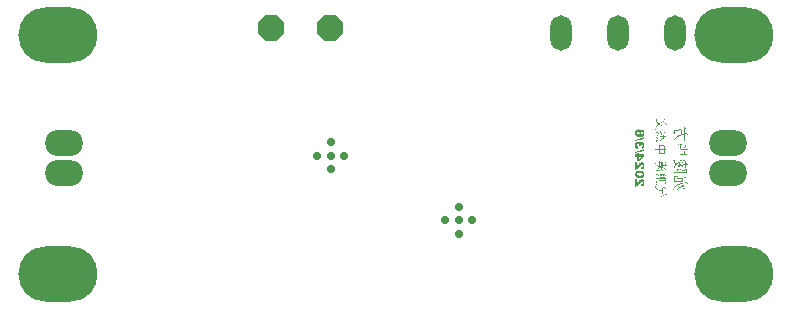
<source format=gbs>
G04*
G04 #@! TF.GenerationSoftware,Altium Limited,Altium Designer,22.7.1 (60)*
G04*
G04 Layer_Color=16711935*
%FSLAX25Y25*%
%MOIN*%
G70*
G04*
G04 #@! TF.SameCoordinates,D5FD8CF7-689A-4CA3-A305-E5C997A2AED7*
G04*
G04*
G04 #@! TF.FilePolarity,Negative*
G04*
G01*
G75*
%ADD58O,0.12611X0.08674*%
%ADD59O,0.07087X0.11811*%
%ADD60P,0.09389X8X292.5*%
%ADD61O,0.26391X0.18517*%
%ADD62C,0.02800*%
G36*
X211042Y61915D02*
X211117Y61906D01*
X211192Y61894D01*
X211262Y61873D01*
X211325Y61852D01*
X211387Y61831D01*
X211441Y61802D01*
X211495Y61777D01*
X211541Y61752D01*
X211578Y61727D01*
X211616Y61703D01*
X211641Y61682D01*
X211666Y61661D01*
X211682Y61648D01*
X211691Y61640D01*
X211695Y61636D01*
X211745Y61582D01*
X211790Y61528D01*
X211828Y61470D01*
X211865Y61411D01*
X211890Y61353D01*
X211915Y61295D01*
X211936Y61241D01*
X211949Y61187D01*
X211961Y61141D01*
X211969Y61095D01*
X211978Y61054D01*
X211982Y61016D01*
X211986Y60991D01*
Y60950D01*
X211982Y60875D01*
X211974Y60804D01*
X211961Y60742D01*
X211949Y60688D01*
X211936Y60642D01*
X211924Y60608D01*
X211915Y60588D01*
X211911Y60579D01*
X211882Y60521D01*
X211845Y60463D01*
X211807Y60413D01*
X211770Y60367D01*
X211736Y60326D01*
X211707Y60296D01*
X211691Y60280D01*
X211682Y60272D01*
X211770Y60280D01*
X211853Y60288D01*
X211924Y60296D01*
X211990Y60305D01*
X212049Y60317D01*
X212103Y60326D01*
X212148Y60338D01*
X212186Y60346D01*
X212223Y60355D01*
X212248Y60363D01*
X212273Y60371D01*
X212294Y60380D01*
X212306Y60384D01*
X212315Y60388D01*
X212323Y60392D01*
X212361Y60413D01*
X212394Y60438D01*
X212419Y60463D01*
X212444Y60488D01*
X212481Y60542D01*
X212506Y60596D01*
X212519Y60642D01*
X212527Y60679D01*
X212531Y60704D01*
Y60712D01*
X212527Y60754D01*
X212519Y60791D01*
X212506Y60821D01*
X212494Y60850D01*
X212481Y60875D01*
X212469Y60891D01*
X212460Y60900D01*
X212456Y60904D01*
X212427Y60933D01*
X212390Y60954D01*
X212306Y60991D01*
X212269Y61000D01*
X212240Y61008D01*
X212219Y61016D01*
X212211D01*
X212311Y61856D01*
X212398Y61827D01*
X212477Y61790D01*
X212548Y61757D01*
X212606Y61719D01*
X212656Y61690D01*
X212689Y61665D01*
X212710Y61648D01*
X212718Y61640D01*
X212776Y61586D01*
X212826Y61528D01*
X212868Y61470D01*
X212901Y61415D01*
X212930Y61366D01*
X212947Y61328D01*
X212960Y61299D01*
X212964Y61295D01*
Y61291D01*
X212993Y61207D01*
X213014Y61116D01*
X213030Y61020D01*
X213038Y60929D01*
X213047Y60846D01*
Y60812D01*
X213051Y60779D01*
Y60721D01*
X213047Y60608D01*
X213034Y60504D01*
X213018Y60405D01*
X212993Y60313D01*
X212964Y60226D01*
X212930Y60147D01*
X212897Y60076D01*
X212860Y60009D01*
X212822Y59951D01*
X212789Y59901D01*
X212756Y59860D01*
X212726Y59822D01*
X212706Y59797D01*
X212685Y59776D01*
X212672Y59764D01*
X212668Y59760D01*
X212593Y59697D01*
X212506Y59648D01*
X212415Y59602D01*
X212319Y59560D01*
X212219Y59527D01*
X212119Y59498D01*
X212019Y59477D01*
X211924Y59456D01*
X211828Y59444D01*
X211745Y59431D01*
X211666Y59427D01*
X211595Y59419D01*
X211541D01*
X211499Y59414D01*
X211483D01*
X211470D01*
X211466D01*
X211462D01*
X211358D01*
X211262Y59423D01*
X211171Y59431D01*
X211083Y59439D01*
X211004Y59452D01*
X210929Y59464D01*
X210863Y59481D01*
X210801Y59498D01*
X210746Y59510D01*
X210697Y59527D01*
X210655Y59539D01*
X210622Y59552D01*
X210593Y59560D01*
X210576Y59568D01*
X210563Y59577D01*
X210559D01*
X210497Y59610D01*
X210438Y59643D01*
X210389Y59681D01*
X210339Y59714D01*
X210293Y59751D01*
X210251Y59789D01*
X210185Y59860D01*
X210131Y59922D01*
X210110Y59951D01*
X210093Y59972D01*
X210081Y59993D01*
X210072Y60005D01*
X210064Y60014D01*
Y60018D01*
X210039Y60072D01*
X210014Y60130D01*
X209977Y60246D01*
X209948Y60371D01*
X209931Y60488D01*
X209923Y60542D01*
X209919Y60592D01*
X209914Y60638D01*
Y60675D01*
X209910Y60704D01*
Y60750D01*
X209914Y60887D01*
X209931Y61008D01*
X209952Y61116D01*
X209960Y61162D01*
X209973Y61207D01*
X209985Y61245D01*
X209998Y61278D01*
X210006Y61307D01*
X210014Y61332D01*
X210023Y61353D01*
X210031Y61366D01*
X210035Y61374D01*
Y61378D01*
X210089Y61470D01*
X210147Y61549D01*
X210210Y61615D01*
X210272Y61669D01*
X210326Y61715D01*
X210368Y61748D01*
X210384Y61757D01*
X210397Y61765D01*
X210405Y61773D01*
X210409D01*
X210505Y61823D01*
X210601Y61856D01*
X210692Y61881D01*
X210780Y61902D01*
X210850Y61910D01*
X210884Y61915D01*
X210909D01*
X210929Y61919D01*
X210946D01*
X210954D01*
X210959D01*
X211042Y61915D01*
D02*
G37*
G36*
X213051Y58815D02*
X209910Y58058D01*
Y58483D01*
X213051Y59248D01*
Y58815D01*
D02*
G37*
G36*
X211000Y57880D02*
X211071Y57871D01*
X211133Y57854D01*
X211187Y57842D01*
X211229Y57825D01*
X211262Y57809D01*
X211279Y57800D01*
X211287Y57796D01*
X211341Y57763D01*
X211391Y57726D01*
X211433Y57688D01*
X211470Y57651D01*
X211499Y57613D01*
X211520Y57588D01*
X211533Y57572D01*
X211537Y57563D01*
X211558Y57526D01*
X211578Y57480D01*
X211595Y57434D01*
X211608Y57393D01*
X211620Y57355D01*
X211628Y57322D01*
X211637Y57301D01*
Y57293D01*
X211682Y57372D01*
X211732Y57438D01*
X211778Y57493D01*
X211820Y57538D01*
X211857Y57576D01*
X211890Y57601D01*
X211907Y57617D01*
X211915Y57622D01*
X211978Y57659D01*
X212040Y57684D01*
X212098Y57705D01*
X212153Y57717D01*
X212202Y57726D01*
X212240Y57730D01*
X212265D01*
X212269D01*
X212273D01*
X212335Y57726D01*
X212394Y57717D01*
X212448Y57705D01*
X212502Y57688D01*
X212593Y57647D01*
X212677Y57597D01*
X212710Y57572D01*
X212739Y57547D01*
X212764Y57526D01*
X212789Y57505D01*
X212806Y57488D01*
X212818Y57476D01*
X212822Y57468D01*
X212826Y57464D01*
X212868Y57409D01*
X212901Y57351D01*
X212930Y57285D01*
X212955Y57218D01*
X212997Y57072D01*
X213022Y56931D01*
X213034Y56864D01*
X213038Y56802D01*
X213043Y56744D01*
X213047Y56698D01*
X213051Y56656D01*
Y56598D01*
X213047Y56502D01*
X213043Y56415D01*
X213034Y56332D01*
X213018Y56257D01*
X213005Y56182D01*
X212989Y56116D01*
X212968Y56057D01*
X212951Y56003D01*
X212930Y55953D01*
X212914Y55912D01*
X212893Y55879D01*
X212880Y55849D01*
X212868Y55824D01*
X212856Y55808D01*
X212851Y55800D01*
X212847Y55795D01*
X212806Y55745D01*
X212764Y55700D01*
X212668Y55616D01*
X212573Y55550D01*
X212477Y55500D01*
X212394Y55462D01*
X212356Y55446D01*
X212323Y55438D01*
X212298Y55429D01*
X212277Y55421D01*
X212265Y55417D01*
X212261D01*
X212119Y56216D01*
X212198Y56232D01*
X212265Y56249D01*
X212319Y56270D01*
X212361Y56290D01*
X212394Y56311D01*
X212419Y56324D01*
X212431Y56336D01*
X212435Y56340D01*
X212464Y56378D01*
X212489Y56419D01*
X212506Y56461D01*
X212514Y56498D01*
X212523Y56532D01*
X212527Y56561D01*
Y56586D01*
X212523Y56636D01*
X212514Y56681D01*
X212502Y56723D01*
X212485Y56756D01*
X212469Y56781D01*
X212456Y56798D01*
X212448Y56810D01*
X212444Y56814D01*
X212410Y56844D01*
X212373Y56864D01*
X212335Y56877D01*
X212302Y56889D01*
X212273Y56894D01*
X212248Y56898D01*
X212227D01*
X212223D01*
X212169Y56894D01*
X212123Y56881D01*
X212082Y56860D01*
X212044Y56844D01*
X212015Y56823D01*
X211990Y56802D01*
X211978Y56790D01*
X211974Y56785D01*
X211940Y56740D01*
X211915Y56694D01*
X211894Y56648D01*
X211882Y56602D01*
X211874Y56565D01*
X211870Y56536D01*
Y56473D01*
X211874Y56440D01*
Y56423D01*
X211878Y56411D01*
Y56398D01*
X211275Y56357D01*
X211291Y56419D01*
X211304Y56469D01*
X211312Y56519D01*
X211320Y56557D01*
Y56586D01*
X211325Y56611D01*
Y56627D01*
X211320Y56694D01*
X211308Y56752D01*
X211287Y56802D01*
X211266Y56844D01*
X211246Y56877D01*
X211225Y56902D01*
X211212Y56919D01*
X211208Y56923D01*
X211162Y56960D01*
X211108Y56989D01*
X211054Y57006D01*
X211000Y57023D01*
X210954Y57031D01*
X210913Y57035D01*
X210888D01*
X210884D01*
X210879D01*
X210805Y57031D01*
X210738Y57018D01*
X210684Y56998D01*
X210634Y56977D01*
X210597Y56956D01*
X210572Y56935D01*
X210551Y56923D01*
X210547Y56919D01*
X210505Y56873D01*
X210476Y56827D01*
X210455Y56781D01*
X210443Y56735D01*
X210434Y56694D01*
X210426Y56665D01*
Y56636D01*
X210430Y56577D01*
X210443Y56528D01*
X210455Y56482D01*
X210476Y56440D01*
X210493Y56411D01*
X210505Y56390D01*
X210518Y56374D01*
X210522Y56369D01*
X210567Y56332D01*
X210617Y56303D01*
X210676Y56274D01*
X210738Y56253D01*
X210788Y56236D01*
X210834Y56224D01*
X210850Y56220D01*
X210863D01*
X210871Y56216D01*
X210875D01*
X210763Y55371D01*
X210663Y55404D01*
X210572Y55442D01*
X210489Y55479D01*
X210422Y55517D01*
X210364Y55550D01*
X210322Y55579D01*
X210310Y55587D01*
X210297Y55596D01*
X210293Y55604D01*
X210289D01*
X210222Y55666D01*
X210164Y55733D01*
X210118Y55800D01*
X210077Y55862D01*
X210048Y55916D01*
X210023Y55962D01*
X210014Y55978D01*
X210010Y55991D01*
X210006Y55995D01*
Y55999D01*
X209973Y56095D01*
X209952Y56203D01*
X209935Y56315D01*
X209923Y56419D01*
X209919Y56469D01*
X209914Y56511D01*
Y56552D01*
X209910Y56590D01*
Y56656D01*
X209914Y56806D01*
X209923Y56877D01*
X209931Y56944D01*
X209939Y57002D01*
X209952Y57060D01*
X209964Y57114D01*
X209977Y57160D01*
X209985Y57201D01*
X209998Y57239D01*
X210010Y57268D01*
X210018Y57297D01*
X210027Y57318D01*
X210035Y57330D01*
X210039Y57339D01*
Y57343D01*
X210093Y57434D01*
X210156Y57518D01*
X210218Y57584D01*
X210276Y57642D01*
X210330Y57684D01*
X210372Y57717D01*
X210389Y57730D01*
X210401Y57734D01*
X210409Y57742D01*
X210414D01*
X210505Y57788D01*
X210597Y57825D01*
X210684Y57850D01*
X210763Y57867D01*
X210830Y57875D01*
X210855Y57880D01*
X210879Y57884D01*
X210900D01*
X210913D01*
X210921D01*
X210925D01*
X211000Y57880D01*
D02*
G37*
G36*
X213051Y54801D02*
X209910Y54044D01*
Y54468D01*
X213051Y55234D01*
Y54801D01*
D02*
G37*
G36*
X211183Y53570D02*
X213051D01*
Y52833D01*
X211221Y51294D01*
X210526D01*
Y52833D01*
X209960D01*
Y53570D01*
X210526D01*
Y53952D01*
X211183D01*
Y53570D01*
D02*
G37*
G36*
X210651Y49701D02*
X210692Y49742D01*
X210726Y49780D01*
X210759Y49813D01*
X210784Y49842D01*
X210805Y49867D01*
X210821Y49884D01*
X210830Y49896D01*
X210834Y49901D01*
X210863Y49942D01*
X210900Y49992D01*
X210942Y50046D01*
X210983Y50104D01*
X211021Y50159D01*
X211050Y50200D01*
X211063Y50217D01*
X211071Y50229D01*
X211079Y50238D01*
Y50242D01*
X211137Y50321D01*
X211192Y50392D01*
X211241Y50454D01*
X211296Y50516D01*
X211341Y50570D01*
X211387Y50616D01*
X211429Y50662D01*
X211470Y50699D01*
X211508Y50733D01*
X211537Y50758D01*
X211566Y50783D01*
X211591Y50799D01*
X211608Y50816D01*
X211620Y50824D01*
X211628Y50832D01*
X211632D01*
X211728Y50886D01*
X211824Y50928D01*
X211911Y50957D01*
X211994Y50978D01*
X212065Y50990D01*
X212094Y50995D01*
X212119D01*
X212136Y50999D01*
X212153D01*
X212161D01*
X212165D01*
X212261Y50995D01*
X212348Y50978D01*
X212427Y50953D01*
X212498Y50928D01*
X212556Y50899D01*
X212598Y50878D01*
X212614Y50866D01*
X212627Y50862D01*
X212631Y50853D01*
X212635D01*
X212710Y50795D01*
X212772Y50733D01*
X212826Y50666D01*
X212872Y50604D01*
X212905Y50550D01*
X212926Y50504D01*
X212934Y50487D01*
X212943Y50475D01*
X212947Y50466D01*
Y50462D01*
X212964Y50412D01*
X212980Y50362D01*
X213005Y50250D01*
X213026Y50138D01*
X213038Y50025D01*
X213043Y49971D01*
X213047Y49926D01*
Y49884D01*
X213051Y49847D01*
Y49693D01*
X213047Y49622D01*
X213043Y49551D01*
X213034Y49485D01*
X213026Y49426D01*
X213018Y49372D01*
X213005Y49322D01*
X212997Y49277D01*
X212989Y49235D01*
X212976Y49202D01*
X212968Y49173D01*
X212960Y49148D01*
X212951Y49127D01*
X212947Y49114D01*
X212943Y49106D01*
Y49102D01*
X212897Y49019D01*
X212851Y48944D01*
X212797Y48877D01*
X212747Y48823D01*
X212706Y48782D01*
X212668Y48752D01*
X212643Y48736D01*
X212639Y48728D01*
X212635D01*
X212552Y48682D01*
X212464Y48644D01*
X212373Y48611D01*
X212281Y48590D01*
X212202Y48569D01*
X212165Y48565D01*
X212136Y48557D01*
X212111Y48553D01*
X212094D01*
X212082Y48549D01*
X212078D01*
X212011Y49393D01*
X212103Y49410D01*
X212177Y49431D01*
X212236Y49451D01*
X212286Y49476D01*
X212323Y49497D01*
X212348Y49514D01*
X212365Y49526D01*
X212369Y49530D01*
X212402Y49572D01*
X212427Y49618D01*
X212448Y49659D01*
X212460Y49701D01*
X212469Y49738D01*
X212473Y49772D01*
Y49797D01*
X212469Y49851D01*
X212456Y49901D01*
X212439Y49946D01*
X212423Y49984D01*
X212406Y50013D01*
X212390Y50038D01*
X212377Y50050D01*
X212373Y50055D01*
X212335Y50088D01*
X212294Y50113D01*
X212252Y50134D01*
X212219Y50146D01*
X212186Y50154D01*
X212161Y50159D01*
X212140D01*
X212136D01*
X212086Y50154D01*
X212040Y50142D01*
X211994Y50125D01*
X211949Y50104D01*
X211915Y50084D01*
X211886Y50067D01*
X211870Y50055D01*
X211861Y50050D01*
X211832Y50030D01*
X211803Y50000D01*
X211770Y49967D01*
X211736Y49934D01*
X211666Y49855D01*
X211599Y49776D01*
X211541Y49701D01*
X211512Y49663D01*
X211491Y49634D01*
X211470Y49609D01*
X211458Y49593D01*
X211449Y49580D01*
X211445Y49576D01*
X211362Y49468D01*
X211283Y49368D01*
X211208Y49272D01*
X211133Y49189D01*
X211067Y49114D01*
X211000Y49048D01*
X210942Y48985D01*
X210888Y48935D01*
X210838Y48890D01*
X210792Y48852D01*
X210755Y48819D01*
X210721Y48794D01*
X210697Y48773D01*
X210680Y48761D01*
X210667Y48752D01*
X210663Y48748D01*
X210601Y48711D01*
X210538Y48673D01*
X210414Y48615D01*
X210297Y48569D01*
X210189Y48536D01*
X210139Y48524D01*
X210097Y48511D01*
X210056Y48503D01*
X210023Y48494D01*
X209998Y48490D01*
X209977D01*
X209964Y48486D01*
X209960D01*
Y51020D01*
X210651D01*
Y49701D01*
D02*
G37*
G36*
X211637Y48195D02*
X211766Y48187D01*
X211886Y48170D01*
X211945Y48162D01*
X211994Y48158D01*
X212040Y48149D01*
X212082Y48141D01*
X212119Y48133D01*
X212153Y48124D01*
X212177Y48120D01*
X212194Y48116D01*
X212207Y48112D01*
X212211D01*
X212277Y48095D01*
X212335Y48074D01*
X212390Y48058D01*
X212435Y48037D01*
X212473Y48020D01*
X212498Y48008D01*
X212519Y48000D01*
X212523Y47995D01*
X212573Y47966D01*
X212618Y47937D01*
X212660Y47904D01*
X212702Y47870D01*
X212731Y47841D01*
X212756Y47821D01*
X212772Y47804D01*
X212776Y47800D01*
X212818Y47750D01*
X212860Y47696D01*
X212893Y47642D01*
X212918Y47592D01*
X212943Y47546D01*
X212960Y47513D01*
X212968Y47488D01*
X212972Y47484D01*
Y47480D01*
X212997Y47400D01*
X213018Y47317D01*
X213030Y47234D01*
X213043Y47155D01*
X213047Y47084D01*
Y47055D01*
X213051Y47026D01*
Y46976D01*
X213047Y46860D01*
X213034Y46751D01*
X213018Y46652D01*
X212997Y46560D01*
X212972Y46473D01*
X212939Y46398D01*
X212910Y46327D01*
X212876Y46265D01*
X212843Y46207D01*
X212814Y46161D01*
X212785Y46119D01*
X212756Y46086D01*
X212735Y46061D01*
X212718Y46044D01*
X212706Y46032D01*
X212702Y46028D01*
X212631Y45974D01*
X212552Y45924D01*
X212460Y45882D01*
X212369Y45849D01*
X212269Y45816D01*
X212165Y45790D01*
X212065Y45770D01*
X211965Y45753D01*
X211874Y45741D01*
X211782Y45732D01*
X211703Y45724D01*
X211632Y45720D01*
X211574D01*
X211528Y45716D01*
X211512D01*
X211499D01*
X211495D01*
X211491D01*
X211362Y45720D01*
X211241Y45724D01*
X211133Y45732D01*
X211038Y45745D01*
X210996Y45749D01*
X210959Y45757D01*
X210925Y45761D01*
X210896Y45766D01*
X210875Y45770D01*
X210859D01*
X210850Y45774D01*
X210846D01*
X210742Y45799D01*
X210651Y45828D01*
X210572Y45857D01*
X210509Y45882D01*
X210455Y45907D01*
X210418Y45928D01*
X210397Y45940D01*
X210389Y45944D01*
X210305Y46007D01*
X210235Y46069D01*
X210172Y46136D01*
X210122Y46194D01*
X210081Y46248D01*
X210052Y46294D01*
X210043Y46310D01*
X210035Y46323D01*
X210031Y46327D01*
Y46331D01*
X209989Y46427D01*
X209960Y46531D01*
X209939Y46635D01*
X209927Y46731D01*
X209919Y46776D01*
Y46822D01*
X209914Y46860D01*
X209910Y46893D01*
Y46955D01*
X209914Y47080D01*
X209927Y47192D01*
X209948Y47296D01*
X209968Y47392D01*
X209998Y47480D01*
X210031Y47559D01*
X210064Y47629D01*
X210102Y47692D01*
X210139Y47746D01*
X210172Y47791D01*
X210206Y47829D01*
X210235Y47862D01*
X210260Y47887D01*
X210276Y47904D01*
X210289Y47912D01*
X210293Y47916D01*
X210368Y47966D01*
X210455Y48008D01*
X210547Y48049D01*
X210642Y48079D01*
X210742Y48108D01*
X210842Y48128D01*
X210942Y48149D01*
X211042Y48166D01*
X211133Y48174D01*
X211221Y48182D01*
X211296Y48191D01*
X211366Y48195D01*
X211420Y48199D01*
X211462D01*
X211478D01*
X211491D01*
X211495D01*
X211499D01*
X211637Y48195D01*
D02*
G37*
G36*
X210651Y44035D02*
X210692Y44077D01*
X210726Y44114D01*
X210759Y44147D01*
X210784Y44176D01*
X210805Y44201D01*
X210821Y44218D01*
X210830Y44230D01*
X210834Y44235D01*
X210863Y44276D01*
X210900Y44326D01*
X210942Y44380D01*
X210983Y44438D01*
X211021Y44493D01*
X211050Y44534D01*
X211063Y44551D01*
X211071Y44563D01*
X211079Y44572D01*
Y44576D01*
X211137Y44655D01*
X211192Y44726D01*
X211241Y44788D01*
X211296Y44850D01*
X211341Y44904D01*
X211387Y44950D01*
X211429Y44996D01*
X211470Y45033D01*
X211508Y45067D01*
X211537Y45092D01*
X211566Y45117D01*
X211591Y45133D01*
X211608Y45150D01*
X211620Y45158D01*
X211628Y45167D01*
X211632D01*
X211728Y45221D01*
X211824Y45262D01*
X211911Y45291D01*
X211994Y45312D01*
X212065Y45325D01*
X212094Y45329D01*
X212119D01*
X212136Y45333D01*
X212153D01*
X212161D01*
X212165D01*
X212261Y45329D01*
X212348Y45312D01*
X212427Y45287D01*
X212498Y45262D01*
X212556Y45233D01*
X212598Y45212D01*
X212614Y45200D01*
X212627Y45196D01*
X212631Y45187D01*
X212635D01*
X212710Y45129D01*
X212772Y45067D01*
X212826Y45000D01*
X212872Y44938D01*
X212905Y44884D01*
X212926Y44838D01*
X212934Y44821D01*
X212943Y44809D01*
X212947Y44800D01*
Y44796D01*
X212964Y44746D01*
X212980Y44696D01*
X213005Y44584D01*
X213026Y44472D01*
X213038Y44359D01*
X213043Y44305D01*
X213047Y44260D01*
Y44218D01*
X213051Y44181D01*
Y44027D01*
X213047Y43956D01*
X213043Y43885D01*
X213034Y43819D01*
X213026Y43760D01*
X213018Y43706D01*
X213005Y43656D01*
X212997Y43611D01*
X212989Y43569D01*
X212976Y43536D01*
X212968Y43507D01*
X212960Y43482D01*
X212951Y43461D01*
X212947Y43448D01*
X212943Y43440D01*
Y43436D01*
X212897Y43353D01*
X212851Y43278D01*
X212797Y43211D01*
X212747Y43157D01*
X212706Y43116D01*
X212668Y43086D01*
X212643Y43070D01*
X212639Y43062D01*
X212635D01*
X212552Y43016D01*
X212464Y42978D01*
X212373Y42945D01*
X212281Y42924D01*
X212202Y42904D01*
X212165Y42899D01*
X212136Y42891D01*
X212111Y42887D01*
X212094D01*
X212082Y42883D01*
X212078D01*
X212011Y43727D01*
X212103Y43744D01*
X212177Y43765D01*
X212236Y43785D01*
X212286Y43810D01*
X212323Y43831D01*
X212348Y43848D01*
X212365Y43860D01*
X212369Y43864D01*
X212402Y43906D01*
X212427Y43952D01*
X212448Y43993D01*
X212460Y44035D01*
X212469Y44072D01*
X212473Y44106D01*
Y44131D01*
X212469Y44185D01*
X212456Y44235D01*
X212439Y44280D01*
X212423Y44318D01*
X212406Y44347D01*
X212390Y44372D01*
X212377Y44384D01*
X212373Y44389D01*
X212335Y44422D01*
X212294Y44447D01*
X212252Y44468D01*
X212219Y44480D01*
X212186Y44488D01*
X212161Y44493D01*
X212140D01*
X212136D01*
X212086Y44488D01*
X212040Y44476D01*
X211994Y44459D01*
X211949Y44438D01*
X211915Y44418D01*
X211886Y44401D01*
X211870Y44389D01*
X211861Y44384D01*
X211832Y44364D01*
X211803Y44335D01*
X211770Y44301D01*
X211736Y44268D01*
X211666Y44189D01*
X211599Y44110D01*
X211541Y44035D01*
X211512Y43998D01*
X211491Y43968D01*
X211470Y43944D01*
X211458Y43927D01*
X211449Y43914D01*
X211445Y43910D01*
X211362Y43802D01*
X211283Y43702D01*
X211208Y43606D01*
X211133Y43523D01*
X211067Y43448D01*
X211000Y43382D01*
X210942Y43319D01*
X210888Y43270D01*
X210838Y43224D01*
X210792Y43186D01*
X210755Y43153D01*
X210721Y43128D01*
X210697Y43107D01*
X210680Y43095D01*
X210667Y43086D01*
X210663Y43082D01*
X210601Y43045D01*
X210538Y43007D01*
X210414Y42949D01*
X210297Y42904D01*
X210189Y42870D01*
X210139Y42858D01*
X210097Y42845D01*
X210056Y42837D01*
X210023Y42829D01*
X209998Y42824D01*
X209977D01*
X209964Y42820D01*
X209960D01*
Y45354D01*
X210651D01*
Y44035D01*
D02*
G37*
G36*
X219880Y65286D02*
X219614Y65020D01*
Y61933D01*
X219468Y62083D01*
X219485Y62154D01*
X219497Y62225D01*
X219506Y62291D01*
X219514Y62353D01*
Y62403D01*
X219518Y62445D01*
Y62932D01*
X219323Y62973D01*
X219135Y63019D01*
X218956Y63069D01*
X218790Y63119D01*
X218632Y63177D01*
X218486Y63231D01*
X218353Y63289D01*
X218229Y63344D01*
X218116Y63398D01*
X218021Y63447D01*
X217937Y63493D01*
X217867Y63531D01*
X217812Y63564D01*
X217771Y63589D01*
X217746Y63606D01*
X217742Y63610D01*
X217738D01*
X217609Y63477D01*
X217488Y63335D01*
X217380Y63190D01*
X217276Y63040D01*
X217184Y62890D01*
X217101Y62744D01*
X217026Y62599D01*
X216955Y62462D01*
X216897Y62333D01*
X216847Y62212D01*
X216806Y62104D01*
X216785Y62058D01*
X216773Y62012D01*
X216756Y61975D01*
X216743Y61937D01*
X216735Y61908D01*
X216727Y61883D01*
X216718Y61862D01*
X216714Y61846D01*
X216710Y61838D01*
Y61833D01*
X216660Y61850D01*
X216706Y62054D01*
X216764Y62254D01*
X216827Y62441D01*
X216897Y62616D01*
X216972Y62782D01*
X217047Y62940D01*
X217126Y63081D01*
X217205Y63214D01*
X217280Y63335D01*
X217351Y63439D01*
X217417Y63526D01*
X217476Y63606D01*
X217521Y63664D01*
X217542Y63689D01*
X217559Y63705D01*
X217571Y63722D01*
X217580Y63735D01*
X217588Y63739D01*
Y63743D01*
X217484Y63847D01*
X217388Y63955D01*
X217301Y64076D01*
X217218Y64201D01*
X217139Y64325D01*
X217068Y64454D01*
X217005Y64579D01*
X216947Y64700D01*
X216897Y64816D01*
X216851Y64924D01*
X216814Y65020D01*
X216781Y65103D01*
X216768Y65141D01*
X216760Y65174D01*
X216747Y65203D01*
X216739Y65224D01*
X216735Y65245D01*
X216731Y65257D01*
X216727Y65265D01*
Y65270D01*
X216764Y65282D01*
X216793Y65299D01*
X216822Y65324D01*
X216851Y65349D01*
X216893Y65407D01*
X216926Y65473D01*
X216951Y65532D01*
X216964Y65586D01*
X216972Y65606D01*
Y65623D01*
X216976Y65632D01*
Y65636D01*
X217043D01*
X217064Y65436D01*
X217093Y65249D01*
X217134Y65074D01*
X217184Y64908D01*
X217234Y64754D01*
X217292Y64608D01*
X217351Y64479D01*
X217413Y64359D01*
X217471Y64250D01*
X217526Y64159D01*
X217580Y64080D01*
X217625Y64013D01*
X217667Y63959D01*
X217696Y63922D01*
X217713Y63901D01*
X217721Y63893D01*
X217858Y63984D01*
X218004Y64072D01*
X218154Y64151D01*
X218303Y64225D01*
X218453Y64292D01*
X218603Y64350D01*
X218748Y64404D01*
X218890Y64450D01*
X219019Y64492D01*
X219140Y64525D01*
X219244Y64554D01*
X219293Y64566D01*
X219339Y64579D01*
X219377Y64587D01*
X219414Y64600D01*
X219443Y64604D01*
X219472Y64612D01*
X219489Y64616D01*
X219506D01*
X219514Y64621D01*
X219518D01*
Y65652D01*
X219880Y65286D01*
D02*
G37*
G36*
X220013Y63955D02*
X220046Y63942D01*
X220084Y63926D01*
X220117Y63905D01*
X220142Y63884D01*
X220167Y63868D01*
X220184Y63855D01*
X220188Y63851D01*
X220234Y63805D01*
X220284Y63751D01*
X220329Y63697D01*
X220371Y63639D01*
X220408Y63589D01*
X220438Y63547D01*
X220450Y63531D01*
X220454Y63518D01*
X220462Y63514D01*
Y63510D01*
X220429Y63460D01*
X220325Y63522D01*
X220225Y63572D01*
X220130Y63614D01*
X220051Y63647D01*
X219980Y63668D01*
X219951Y63676D01*
X219926Y63680D01*
X219905Y63689D01*
X219893D01*
X219884Y63693D01*
X219880D01*
X219826Y63705D01*
X219784Y63722D01*
X219755Y63735D01*
X219734Y63747D01*
X219722Y63759D01*
X219718Y63768D01*
X219714Y63776D01*
X219718Y63797D01*
X219726Y63814D01*
X219743Y63834D01*
X219759Y63855D01*
X219776Y63868D01*
X219793Y63880D01*
X219801Y63889D01*
X219805Y63893D01*
X219838Y63913D01*
X219872Y63930D01*
X219901Y63942D01*
X219926Y63951D01*
X219951Y63955D01*
X219967Y63959D01*
X219976D01*
X219980D01*
X220013Y63955D01*
D02*
G37*
G36*
X217105Y61197D02*
X217139Y61189D01*
X217176Y61172D01*
X217209Y61155D01*
X217234Y61139D01*
X217259Y61122D01*
X217276Y61114D01*
X217280Y61110D01*
X217305Y61089D01*
X217338Y61060D01*
X217372Y61022D01*
X217409Y60981D01*
X217492Y60889D01*
X217571Y60789D01*
X217650Y60694D01*
X217684Y60652D01*
X217713Y60615D01*
X217738Y60581D01*
X217754Y60556D01*
X217767Y60540D01*
X217771Y60536D01*
X217738Y60486D01*
X217654Y60544D01*
X217575Y60598D01*
X217500Y60648D01*
X217430Y60689D01*
X217363Y60731D01*
X217301Y60764D01*
X217243Y60793D01*
X217189Y60818D01*
X217143Y60839D01*
X217097Y60856D01*
X217064Y60873D01*
X217030Y60885D01*
X217010Y60893D01*
X216989Y60897D01*
X216981Y60902D01*
X216976D01*
X216939Y60910D01*
X216906Y60922D01*
X216877Y60931D01*
X216851Y60939D01*
X216814Y60960D01*
X216789Y60981D01*
X216773Y60993D01*
X216764Y61006D01*
X216760Y61014D01*
Y61018D01*
X216764Y61026D01*
X216777Y61039D01*
X216793Y61055D01*
X216814Y61076D01*
X216835Y61089D01*
X216851Y61105D01*
X216864Y61114D01*
X216868Y61118D01*
X216910Y61147D01*
X216947Y61168D01*
X216981Y61180D01*
X217010Y61193D01*
X217035Y61197D01*
X217055Y61201D01*
X217068D01*
X217072D01*
X217105Y61197D01*
D02*
G37*
G36*
X217139Y60219D02*
X217168Y60215D01*
X217226Y60194D01*
X217247Y60182D01*
X217263Y60174D01*
X217276Y60169D01*
X217280Y60165D01*
X217301Y60153D01*
X217326Y60132D01*
X217351Y60103D01*
X217384Y60074D01*
X217451Y60007D01*
X217517Y59932D01*
X217584Y59862D01*
X217613Y59828D01*
X217638Y59799D01*
X217659Y59774D01*
X217675Y59758D01*
X217684Y59745D01*
X217688Y59741D01*
X217654Y59691D01*
X217580Y59728D01*
X217513Y59766D01*
X217384Y59820D01*
X217326Y59845D01*
X217272Y59866D01*
X217218Y59882D01*
X217176Y59899D01*
X217134Y59907D01*
X217097Y59920D01*
X217068Y59928D01*
X217039Y59932D01*
X217018Y59936D01*
X217005Y59941D01*
X216997D01*
X216993D01*
X216939Y59949D01*
X216897Y59957D01*
X216868Y59970D01*
X216847Y59982D01*
X216835Y59991D01*
X216831Y59999D01*
X216827Y60007D01*
X216831Y60024D01*
X216839Y60040D01*
X216856Y60061D01*
X216872Y60082D01*
X216889Y60103D01*
X216906Y60115D01*
X216914Y60128D01*
X216918Y60132D01*
X216951Y60161D01*
X216985Y60186D01*
X217018Y60203D01*
X217047Y60211D01*
X217072Y60219D01*
X217089Y60224D01*
X217101D01*
X217105D01*
X217139Y60219D01*
D02*
G37*
G36*
X218482Y61334D02*
X218499Y61234D01*
X218524Y61139D01*
X218553Y61047D01*
X218619Y60873D01*
X218699Y60710D01*
X218786Y60565D01*
X218882Y60427D01*
X218982Y60303D01*
X219081Y60194D01*
X219181Y60094D01*
X219273Y60011D01*
X219360Y59936D01*
X219439Y59878D01*
X219506Y59832D01*
X219531Y59816D01*
X219555Y59799D01*
X219572Y59791D01*
X219585Y59782D01*
X219593Y59774D01*
X219597D01*
Y61268D01*
X219909Y60952D01*
X219693Y60735D01*
Y59641D01*
X220175D01*
X220292Y59791D01*
X220479Y59375D01*
X220346Y59379D01*
X220209Y59383D01*
X220075Y59387D01*
X219955Y59391D01*
X219897D01*
X219847D01*
X219805D01*
X219768D01*
X219734D01*
X219714D01*
X219697D01*
X219693D01*
Y57715D01*
X219547Y57865D01*
X219564Y57936D01*
X219576Y58006D01*
X219585Y58073D01*
X219593Y58135D01*
Y58185D01*
X219597Y58227D01*
Y59209D01*
X219414Y59096D01*
X219244Y58975D01*
X219081Y58846D01*
X218927Y58709D01*
X218786Y58572D01*
X218653Y58430D01*
X218536Y58293D01*
X218428Y58160D01*
X218328Y58031D01*
X218245Y57915D01*
X218174Y57806D01*
X218112Y57715D01*
X218087Y57673D01*
X218066Y57640D01*
X218045Y57607D01*
X218033Y57582D01*
X218021Y57561D01*
X218012Y57544D01*
X218004Y57536D01*
Y57532D01*
X217954Y57565D01*
X218054Y57782D01*
X218158Y57990D01*
X218274Y58177D01*
X218395Y58356D01*
X218515Y58518D01*
X218640Y58668D01*
X218761Y58805D01*
X218878Y58930D01*
X218990Y59034D01*
X219094Y59129D01*
X219190Y59209D01*
X219268Y59275D01*
X219335Y59325D01*
X219364Y59346D01*
X219389Y59362D01*
X219406Y59375D01*
X219418Y59383D01*
X219427Y59391D01*
X219273D01*
X219123D01*
X218982D01*
X218844Y59387D01*
X218711D01*
X218590D01*
X218478Y59383D01*
X218374D01*
X218283D01*
X218199Y59379D01*
X218125D01*
X218066D01*
X218016Y59375D01*
X217983D01*
X217962D01*
X217954D01*
X218087Y59658D01*
X218116D01*
X218149Y59654D01*
X218187D01*
X218233D01*
X218328Y59649D01*
X218441D01*
X218561Y59645D01*
X218686D01*
X218948D01*
X219073Y59641D01*
X219194D01*
X219302D01*
X219402D01*
X219443D01*
X219481D01*
X219514D01*
X219543D01*
X219568D01*
X219585D01*
X219593D01*
X219597D01*
Y59691D01*
X219497Y59733D01*
X219402Y59778D01*
X219314Y59824D01*
X219227Y59874D01*
X219065Y59982D01*
X218919Y60094D01*
X218790Y60211D01*
X218674Y60328D01*
X218574Y60444D01*
X218486Y60561D01*
X218407Y60669D01*
X218345Y60768D01*
X218295Y60860D01*
X218253Y60943D01*
X218220Y61010D01*
X218208Y61035D01*
X218199Y61060D01*
X218191Y61076D01*
X218187Y61089D01*
X218183Y61097D01*
Y61101D01*
X218220Y61114D01*
X218249Y61130D01*
X218299Y61176D01*
X218341Y61230D01*
X218366Y61288D01*
X218382Y61343D01*
X218395Y61388D01*
Y61409D01*
X218399Y61422D01*
Y61434D01*
X218466D01*
X218482Y61334D01*
D02*
G37*
G36*
X217093Y59321D02*
X217118Y59317D01*
X217176Y59292D01*
X217201Y59279D01*
X217218Y59271D01*
X217234Y59263D01*
X217238Y59258D01*
X217263Y59242D01*
X217292Y59221D01*
X217322Y59196D01*
X217355Y59167D01*
X217426Y59104D01*
X217500Y59034D01*
X217567Y58967D01*
X217596Y58938D01*
X217621Y58913D01*
X217642Y58892D01*
X217659Y58876D01*
X217667Y58863D01*
X217671Y58859D01*
X217638Y58813D01*
X217505Y58876D01*
X217384Y58926D01*
X217272Y58963D01*
X217222Y58980D01*
X217180Y58996D01*
X217139Y59009D01*
X217101Y59017D01*
X217068Y59025D01*
X217043Y59030D01*
X217022Y59038D01*
X217005D01*
X216997Y59042D01*
X216993D01*
X216960Y59046D01*
X216935Y59050D01*
X216889Y59063D01*
X216856Y59075D01*
X216835Y59092D01*
X216818Y59104D01*
X216814Y59113D01*
X216810Y59121D01*
Y59125D01*
X216814Y59142D01*
X216822Y59158D01*
X216839Y59175D01*
X216856Y59196D01*
X216872Y59213D01*
X216889Y59229D01*
X216897Y59238D01*
X216901Y59242D01*
X216935Y59271D01*
X216968Y59292D01*
X216997Y59304D01*
X217022Y59317D01*
X217043Y59321D01*
X217059Y59325D01*
X217068D01*
X217072D01*
X217093Y59321D01*
D02*
G37*
G36*
X217754Y58264D02*
X217663Y58235D01*
X217584Y58206D01*
X217505Y58177D01*
X217438Y58148D01*
X217376Y58118D01*
X217318Y58089D01*
X217267Y58060D01*
X217226Y58035D01*
X217189Y58010D01*
X217155Y57985D01*
X217130Y57965D01*
X217109Y57948D01*
X217093Y57936D01*
X217080Y57923D01*
X217076Y57919D01*
X217072Y57915D01*
X217030Y57869D01*
X216997Y57840D01*
X216968Y57815D01*
X216939Y57798D01*
X216922Y57790D01*
X216906Y57786D01*
X216897Y57782D01*
X216893D01*
X216881Y57786D01*
X216868Y57794D01*
X216847Y57823D01*
X216831Y57852D01*
X216827Y57861D01*
Y57865D01*
X216814Y57894D01*
X216806Y57919D01*
X216802Y57940D01*
X216797Y57956D01*
X216793Y57973D01*
Y57981D01*
X216802Y58023D01*
X216818Y58064D01*
X216839Y58102D01*
X216868Y58139D01*
X216897Y58164D01*
X216918Y58189D01*
X216935Y58202D01*
X216943Y58206D01*
X216976Y58227D01*
X217018Y58243D01*
X217072Y58256D01*
X217130Y58272D01*
X217197Y58285D01*
X217263Y58293D01*
X217405Y58310D01*
X217471Y58314D01*
X217538Y58318D01*
X217596Y58322D01*
X217646Y58327D01*
X217692D01*
X217725Y58331D01*
X217746D01*
X217754D01*
Y58264D01*
D02*
G37*
G36*
X219926Y56517D02*
X219743Y56401D01*
Y55390D01*
X220242D01*
X220375Y55523D01*
X220529Y55140D01*
X220383Y55144D01*
X220242Y55148D01*
X220109Y55152D01*
X220051D01*
X219992Y55157D01*
X219938D01*
X219888D01*
X219847D01*
X219809D01*
X219784D01*
X219759D01*
X219747D01*
X219743D01*
Y54096D01*
X219893Y53846D01*
X219693Y53850D01*
X219497Y53855D01*
X219406Y53859D01*
X219314D01*
X219227D01*
X219148Y53863D01*
X219073D01*
X219006D01*
X218944D01*
X218894D01*
X218852D01*
X218823D01*
X218807D01*
X218798D01*
X218586D01*
X218378Y53859D01*
X218278D01*
X218183D01*
X218091Y53855D01*
X218008D01*
X217929D01*
X217854Y53850D01*
X217792D01*
X217742D01*
X217696Y53846D01*
X217663D01*
X217646D01*
X217638D01*
X217738Y54096D01*
X217971D01*
Y55157D01*
X217867D01*
X217771D01*
X217684D01*
X217600D01*
X217530D01*
X217463D01*
X217409D01*
X217359D01*
X217313D01*
X217276D01*
X217247D01*
X217222D01*
X217205D01*
X217189D01*
X217184D01*
X217180D01*
X217097D01*
X217005Y55152D01*
X216910D01*
X216818Y55148D01*
X216735Y55144D01*
X216702D01*
X216673D01*
X216644Y55140D01*
X216627D01*
X216614D01*
X216610D01*
X216727Y55406D01*
X216822Y55402D01*
X216918Y55398D01*
X217010Y55394D01*
X217093D01*
X217163Y55390D01*
X217197D01*
X217222D01*
X217243D01*
X217259D01*
X217267D01*
X217272D01*
X217971D01*
Y56434D01*
X217704D01*
X217804Y56683D01*
X217929Y56679D01*
X218050Y56675D01*
X218162Y56671D01*
X218266D01*
X218312Y56667D01*
X218353D01*
X218391D01*
X218424D01*
X218449D01*
X218466D01*
X218478D01*
X218482D01*
X219597D01*
X219709Y56800D01*
X219926Y56517D01*
D02*
G37*
G36*
X218299Y51279D02*
X218099Y51063D01*
Y50814D01*
X218299D01*
X218432Y50947D01*
X218615Y50581D01*
X218595Y50585D01*
X218566D01*
X218532Y50589D01*
X218495D01*
X218407Y50593D01*
X218320Y50597D01*
X218237D01*
X218199D01*
X218166D01*
X218137D01*
X218116D01*
X218104D01*
X218099D01*
Y49487D01*
X217954Y49636D01*
X217971Y49707D01*
X217983Y49778D01*
X217991Y49844D01*
X218000Y49907D01*
Y49957D01*
X218004Y49998D01*
Y50597D01*
X217155D01*
X217105Y50593D01*
X217072Y50581D01*
X217047Y50564D01*
X217026Y50543D01*
X217018Y50522D01*
X217014Y50506D01*
X217010Y50493D01*
Y50435D01*
X217014Y50398D01*
Y50356D01*
X217022Y50260D01*
X217026Y50165D01*
X217035Y50073D01*
Y50032D01*
X217039Y49994D01*
Y49961D01*
X217043Y49940D01*
Y49919D01*
X216976D01*
X216955Y50011D01*
X216931Y50094D01*
X216906Y50165D01*
X216877Y50227D01*
X216847Y50281D01*
X216818Y50323D01*
X216785Y50360D01*
X216756Y50389D01*
X216727Y50414D01*
X216702Y50431D01*
X216677Y50443D01*
X216652Y50452D01*
X216635Y50460D01*
X216623Y50464D01*
X216614D01*
X216610D01*
X216631Y50531D01*
X216660Y50589D01*
X216689Y50639D01*
X216727Y50681D01*
X216760Y50714D01*
X216802Y50743D01*
X216839Y50764D01*
X216881Y50784D01*
X216918Y50797D01*
X216951Y50805D01*
X216985Y50809D01*
X217014Y50814D01*
X217039D01*
X217055D01*
X217068D01*
X217072D01*
X218004D01*
Y51546D01*
X218299Y51279D01*
D02*
G37*
G36*
X217442Y50065D02*
X217467Y50061D01*
X217517Y50040D01*
X217538Y50027D01*
X217555Y50019D01*
X217567Y50015D01*
X217571Y50011D01*
X217592Y49994D01*
X217613Y49973D01*
X217638Y49944D01*
X217659Y49911D01*
X217708Y49836D01*
X217758Y49753D01*
X217804Y49670D01*
X217821Y49636D01*
X217838Y49603D01*
X217850Y49574D01*
X217862Y49553D01*
X217867Y49541D01*
X217871Y49536D01*
X217821Y49503D01*
X217750Y49561D01*
X217688Y49607D01*
X217638Y49649D01*
X217592Y49678D01*
X217559Y49699D01*
X217534Y49715D01*
X217517Y49724D01*
X217513Y49728D01*
X217426Y49774D01*
X217384Y49794D01*
X217342Y49811D01*
X217309Y49828D01*
X217280Y49840D01*
X217263Y49848D01*
X217255Y49853D01*
X217226Y49865D01*
X217205Y49878D01*
X217193Y49890D01*
X217184Y49898D01*
X217172Y49915D01*
Y49919D01*
X217176Y49932D01*
X217189Y49948D01*
X217205Y49965D01*
X217222Y49977D01*
X217238Y49990D01*
X217255Y50002D01*
X217267Y50007D01*
X217272Y50011D01*
X217305Y50032D01*
X217338Y50044D01*
X217363Y50056D01*
X217384Y50061D01*
X217401Y50065D01*
X217413Y50069D01*
X217417D01*
X217422D01*
X217442Y50065D01*
D02*
G37*
G36*
X218998Y51130D02*
X218765Y50863D01*
Y49786D01*
X218836Y49815D01*
X218915Y49848D01*
X218990Y49873D01*
X219060Y49902D01*
X219123Y49923D01*
X219152Y49932D01*
X219173Y49940D01*
X219194Y49944D01*
X219206Y49948D01*
X219214Y49952D01*
X219219D01*
Y51163D01*
X219531Y50880D01*
X219314Y50664D01*
Y49969D01*
X219402Y49990D01*
X219485Y50007D01*
X219564Y50023D01*
X219635Y50040D01*
X219693Y50052D01*
X219739Y50061D01*
X219755Y50065D01*
X219772D01*
X219776Y50069D01*
X219780D01*
Y51413D01*
X220109Y51113D01*
X219876Y50880D01*
Y50086D01*
X219951Y50098D01*
X220017Y50111D01*
X220080Y50123D01*
X220134Y50131D01*
X220180Y50140D01*
X220213Y50148D01*
X220234Y50152D01*
X220242D01*
X220325Y50302D01*
X220529Y49902D01*
X220487Y49898D01*
X220442Y49894D01*
X220342Y49886D01*
X220234Y49878D01*
X220126Y49873D01*
X220075Y49869D01*
X220030Y49865D01*
X219988Y49861D01*
X219951Y49857D01*
X219917D01*
X219897Y49853D01*
X219880D01*
X219876D01*
Y48875D01*
X219730Y49021D01*
X219747Y49091D01*
X219759Y49162D01*
X219768Y49229D01*
X219776Y49291D01*
Y49341D01*
X219780Y49382D01*
Y49836D01*
X219693Y49823D01*
X219610Y49807D01*
X219531Y49790D01*
X219460Y49774D01*
X219402Y49761D01*
X219356Y49749D01*
X219339Y49744D01*
X219327Y49740D01*
X219318Y49736D01*
X219314D01*
Y49104D01*
X219169Y49254D01*
X219185Y49324D01*
X219198Y49395D01*
X219206Y49462D01*
X219214Y49524D01*
Y49574D01*
X219219Y49615D01*
Y49720D01*
X219110Y49682D01*
X219019Y49653D01*
X218940Y49624D01*
X218878Y49599D01*
X218828Y49578D01*
X218794Y49566D01*
X218774Y49557D01*
X218765Y49553D01*
Y48692D01*
X218619Y48842D01*
X218636Y48908D01*
X218649Y48979D01*
X218657Y49046D01*
X218665Y49108D01*
Y49158D01*
X218670Y49200D01*
Y49520D01*
X218520Y49449D01*
X218378Y49366D01*
X218237Y49283D01*
X218104Y49195D01*
X217979Y49104D01*
X217858Y49012D01*
X217746Y48925D01*
X217642Y48838D01*
X217546Y48754D01*
X217459Y48675D01*
X217388Y48605D01*
X217326Y48546D01*
X217276Y48496D01*
X217238Y48459D01*
X217218Y48434D01*
X217209Y48430D01*
Y48426D01*
X217159Y48459D01*
X217276Y48621D01*
X217401Y48771D01*
X217526Y48913D01*
X217654Y49037D01*
X217779Y49154D01*
X217904Y49262D01*
X218029Y49358D01*
X218145Y49441D01*
X218253Y49516D01*
X218353Y49578D01*
X218441Y49632D01*
X218520Y49678D01*
X218582Y49711D01*
X218607Y49724D01*
X218628Y49732D01*
X218649Y49740D01*
X218661Y49749D01*
X218665Y49753D01*
X218670D01*
Y51446D01*
X218998Y51130D01*
D02*
G37*
G36*
X220013Y48667D02*
X220055Y48650D01*
X220075Y48642D01*
X220088Y48634D01*
X220100Y48630D01*
X220105Y48625D01*
X220126Y48613D01*
X220146Y48588D01*
X220167Y48563D01*
X220196Y48526D01*
X220221Y48488D01*
X220246Y48447D01*
X220300Y48359D01*
X220350Y48272D01*
X220371Y48230D01*
X220392Y48197D01*
X220408Y48168D01*
X220421Y48147D01*
X220425Y48130D01*
X220429Y48126D01*
X220379Y48093D01*
X220271Y48180D01*
X220171Y48251D01*
X220084Y48309D01*
X220009Y48355D01*
X219947Y48388D01*
X219922Y48401D01*
X219901Y48409D01*
X219884Y48417D01*
X219872Y48422D01*
X219867Y48426D01*
X219863D01*
X219818Y48438D01*
X219789Y48455D01*
X219763Y48472D01*
X219747Y48488D01*
X219739Y48505D01*
X219734Y48513D01*
X219730Y48521D01*
Y48526D01*
X219734Y48534D01*
X219743Y48546D01*
X219759Y48559D01*
X219776Y48575D01*
X219793Y48588D01*
X219809Y48596D01*
X219818Y48605D01*
X219822Y48609D01*
X219855Y48630D01*
X219884Y48646D01*
X219913Y48659D01*
X219934Y48667D01*
X219955Y48671D01*
X219967Y48675D01*
X219976D01*
X219980D01*
X219997D01*
X220013Y48667D01*
D02*
G37*
G36*
X219073Y48305D02*
X219115Y48297D01*
X219131Y48293D01*
X219144Y48289D01*
X219152Y48284D01*
X219156D01*
X219173Y48276D01*
X219190Y48255D01*
X219210Y48222D01*
X219235Y48189D01*
X219256Y48143D01*
X219281Y48097D01*
X219331Y47997D01*
X219377Y47897D01*
X219393Y47852D01*
X219414Y47810D01*
X219427Y47777D01*
X219439Y47752D01*
X219443Y47731D01*
X219447Y47727D01*
X219397Y47694D01*
X219335Y47752D01*
X219281Y47802D01*
X219227Y47848D01*
X219177Y47889D01*
X219131Y47927D01*
X219090Y47960D01*
X219015Y48014D01*
X218956Y48051D01*
X218915Y48076D01*
X218902Y48085D01*
X218890Y48089D01*
X218886Y48093D01*
X218882D01*
X218844Y48110D01*
X218815Y48126D01*
X218794Y48143D01*
X218782Y48155D01*
X218774Y48164D01*
X218765Y48172D01*
Y48176D01*
X218769Y48189D01*
X218778Y48205D01*
X218807Y48230D01*
X218836Y48251D01*
X218844Y48259D01*
X218848D01*
X218882Y48276D01*
X218911Y48289D01*
X218973Y48305D01*
X218994D01*
X219015Y48309D01*
X219027D01*
X219031D01*
X219073Y48305D01*
D02*
G37*
G36*
X219730Y48808D02*
X219601Y48767D01*
X219481Y48725D01*
X219368Y48688D01*
X219260Y48650D01*
X219156Y48617D01*
X219060Y48584D01*
X218969Y48551D01*
X218886Y48521D01*
X218807Y48496D01*
X218732Y48467D01*
X218661Y48447D01*
X218599Y48422D01*
X218536Y48401D01*
X218482Y48380D01*
X218432Y48363D01*
X218387Y48347D01*
X218307Y48318D01*
X218241Y48293D01*
X218191Y48272D01*
X218149Y48259D01*
X218125Y48247D01*
X218104Y48239D01*
X218095Y48234D01*
X218091D01*
X218050Y48214D01*
X218012Y48197D01*
X217979Y48180D01*
X217954Y48164D01*
X217908Y48130D01*
X217879Y48105D01*
X217862Y48085D01*
X217850Y48072D01*
X217846Y48064D01*
Y47976D01*
X217850Y47914D01*
X217854Y47852D01*
X217862Y47793D01*
X217867Y47743D01*
Y47723D01*
X217871Y47706D01*
Y47694D01*
X217804D01*
X217792Y47739D01*
X217779Y47781D01*
X217754Y47848D01*
X217734Y47902D01*
X217713Y47947D01*
X217696Y47976D01*
X217684Y47997D01*
X217675Y48006D01*
X217671Y48010D01*
X217646Y48030D01*
X217617Y48047D01*
X217588Y48060D01*
X217563Y48068D01*
X217538Y48072D01*
X217521Y48076D01*
X217509D01*
X217505D01*
X217459D01*
X217413Y48068D01*
X217363Y48060D01*
X217322Y48051D01*
X217280Y48043D01*
X217251Y48035D01*
X217230Y48030D01*
X217222Y48026D01*
X217139Y48006D01*
X217097Y48001D01*
X217064Y47997D01*
X217035Y47993D01*
X217014D01*
X216997D01*
X216993D01*
X216943Y47997D01*
X216897Y48014D01*
X216860Y48035D01*
X216835Y48055D01*
X216810Y48081D01*
X216797Y48097D01*
X216789Y48114D01*
X216785Y48118D01*
X216764Y48160D01*
X216752Y48197D01*
X216739Y48222D01*
X216735Y48243D01*
X216731Y48259D01*
X216727Y48268D01*
Y48276D01*
X216731Y48297D01*
X216743Y48313D01*
X216760Y48326D01*
X216777Y48334D01*
X216793Y48338D01*
X216810Y48342D01*
X216822D01*
X216827D01*
X216847D01*
X216877D01*
X216906D01*
X216939D01*
X217014D01*
X217093D01*
X217163D01*
X217197D01*
X217222D01*
X217247D01*
X217263D01*
X217276D01*
X217280D01*
X217409Y48347D01*
X217526Y48351D01*
X217630Y48359D01*
X217675Y48368D01*
X217717Y48372D01*
X217754Y48376D01*
X217792Y48384D01*
X217817Y48388D01*
X217842Y48393D01*
X217862Y48397D01*
X217875D01*
X217883Y48401D01*
X217887D01*
X217916Y48409D01*
X217950Y48417D01*
X217991Y48426D01*
X218037Y48438D01*
X218091Y48451D01*
X218149Y48467D01*
X218212Y48484D01*
X218278Y48501D01*
X218420Y48538D01*
X218574Y48575D01*
X218736Y48617D01*
X218894Y48659D01*
X219052Y48700D01*
X219202Y48742D01*
X219339Y48775D01*
X219406Y48792D01*
X219464Y48808D01*
X219518Y48825D01*
X219568Y48838D01*
X219610Y48846D01*
X219647Y48858D01*
X219676Y48867D01*
X219697Y48871D01*
X219709Y48875D01*
X219714D01*
X219730Y48808D01*
D02*
G37*
G36*
X219343Y46604D02*
X219348D01*
X219373Y46595D01*
X219397Y46583D01*
X219422Y46562D01*
X219447Y46537D01*
X219506Y46479D01*
X219560Y46416D01*
X219605Y46354D01*
X219643Y46300D01*
X219659Y46275D01*
X219672Y46258D01*
X219676Y46250D01*
X219680Y46246D01*
X219647Y46213D01*
X219572Y46258D01*
X219497Y46296D01*
X219427Y46325D01*
X219364Y46346D01*
X219310Y46362D01*
X219268Y46371D01*
X219252Y46375D01*
X219239Y46379D01*
X219235D01*
X219231D01*
X219181Y46387D01*
X219148Y46400D01*
X219123Y46412D01*
X219102Y46429D01*
X219094Y46441D01*
X219090Y46450D01*
X219086Y46458D01*
Y46462D01*
X219090Y46470D01*
X219098Y46483D01*
X219123Y46516D01*
X219144Y46541D01*
X219152Y46550D01*
X219156Y46554D01*
X219185Y46579D01*
X219219Y46595D01*
X219248Y46604D01*
X219281Y46608D01*
X219306D01*
X219327D01*
X219343Y46604D01*
D02*
G37*
G36*
X218532Y47045D02*
X218382Y46895D01*
Y46063D01*
X219863D01*
Y46812D01*
X219722Y46808D01*
X219597Y46799D01*
X219485Y46795D01*
X219385Y46787D01*
X219302Y46782D01*
X219227Y46774D01*
X219164Y46770D01*
X219115Y46766D01*
X219073Y46762D01*
X219040Y46758D01*
X219011Y46753D01*
X218994Y46749D01*
X218982D01*
X218969Y46745D01*
X218965D01*
X218932Y46733D01*
X218907Y46716D01*
X218886Y46695D01*
X218873Y46679D01*
X218865Y46662D01*
X218861Y46649D01*
X218857Y46641D01*
Y46600D01*
X218861Y46554D01*
X218865Y46496D01*
X218873Y46437D01*
X218882Y46383D01*
X218890Y46337D01*
X218894Y46321D01*
X218898Y46308D01*
Y46296D01*
X218848Y46279D01*
X218828Y46337D01*
X218803Y46387D01*
X218782Y46433D01*
X218761Y46470D01*
X218740Y46500D01*
X218719Y46525D01*
X218699Y46545D01*
X218682Y46562D01*
X218649Y46583D01*
X218619Y46591D01*
X218603Y46595D01*
X218599D01*
X218619Y46670D01*
X218644Y46733D01*
X218670Y46787D01*
X218694Y46828D01*
X218715Y46857D01*
X218732Y46878D01*
X218744Y46891D01*
X218748Y46895D01*
X218769Y46911D01*
X218794Y46924D01*
X218852Y46945D01*
X218915Y46961D01*
X218977Y46978D01*
X219036Y46986D01*
X219086Y46990D01*
X219106Y46995D01*
X219119D01*
X219127D01*
X219131D01*
X219244D01*
X219360Y46999D01*
X219477D01*
X219589Y47003D01*
X219639D01*
X219685Y47007D01*
X219726D01*
X219759D01*
X219789Y47011D01*
X219813D01*
X219826D01*
X219830D01*
X219926Y47128D01*
X220109Y46895D01*
X219959Y46778D01*
Y46296D01*
X220017Y46337D01*
X220071Y46375D01*
X220117Y46408D01*
X220159Y46446D01*
X220192Y46475D01*
X220221Y46508D01*
X220246Y46533D01*
X220267Y46562D01*
X220296Y46604D01*
X220317Y46637D01*
X220325Y46654D01*
Y46662D01*
X220496Y46362D01*
X220400Y46342D01*
X220304Y46321D01*
X220213Y46300D01*
X220134Y46279D01*
X220063Y46258D01*
X220034Y46250D01*
X220009Y46242D01*
X219988Y46238D01*
X219971Y46233D01*
X219963Y46229D01*
X219959D01*
Y46063D01*
X220092Y45851D01*
X220071D01*
X220042Y45855D01*
X220005D01*
X219963D01*
X219917Y45859D01*
X219863D01*
X219805D01*
X219747D01*
X219614Y45863D01*
X219472D01*
X219327D01*
X219181Y45867D01*
X219031D01*
X218894D01*
X218765D01*
X218707D01*
X218649D01*
X218599D01*
X218553D01*
X218515D01*
X218478D01*
X218453D01*
X218432D01*
X218420D01*
X218416D01*
X218333Y45768D01*
X218170Y45967D01*
X218287Y46079D01*
Y46928D01*
X218187D01*
X218091D01*
X218000Y46924D01*
X217912Y46920D01*
X217829Y46916D01*
X217754Y46911D01*
X217684Y46907D01*
X217621Y46903D01*
X217563Y46899D01*
X217509Y46895D01*
X217467Y46891D01*
X217430Y46887D01*
X217401Y46882D01*
X217380D01*
X217367Y46878D01*
X217363D01*
X217297Y46870D01*
X217238Y46857D01*
X217189Y46845D01*
X217147Y46832D01*
X217109Y46820D01*
X217076Y46808D01*
X217051Y46795D01*
X217030Y46782D01*
X217014Y46770D01*
X217001Y46758D01*
X216985Y46737D01*
X216976Y46724D01*
Y46637D01*
X216981Y46600D01*
X216989Y46525D01*
X217005Y46441D01*
X217018Y46367D01*
X217026Y46333D01*
X217030Y46304D01*
X217035Y46279D01*
X217039Y46262D01*
X217043Y46250D01*
Y46246D01*
X216976Y46229D01*
X216951Y46304D01*
X216926Y46367D01*
X216897Y46421D01*
X216872Y46466D01*
X216843Y46508D01*
X216818Y46537D01*
X216793Y46566D01*
X216768Y46587D01*
X216747Y46600D01*
X216727Y46612D01*
X216689Y46624D01*
X216669Y46629D01*
X216664D01*
X216660D01*
X216681Y46695D01*
X216702Y46749D01*
X216727Y46799D01*
X216752Y46841D01*
X216768Y46870D01*
X216785Y46895D01*
X216797Y46907D01*
X216802Y46911D01*
X216843Y46945D01*
X216889Y46978D01*
X216939Y47003D01*
X216993Y47024D01*
X217039Y47040D01*
X217076Y47053D01*
X217105Y47057D01*
X217109Y47061D01*
X217114D01*
X217163Y47070D01*
X217226Y47078D01*
X217301Y47086D01*
X217388Y47095D01*
X217480Y47103D01*
X217571Y47111D01*
X217767Y47124D01*
X217862Y47128D01*
X217954Y47132D01*
X218033Y47136D01*
X218108Y47140D01*
X218166D01*
X218191D01*
X218212Y47144D01*
X218233D01*
X218245D01*
X218249D01*
X218253D01*
X218316Y47261D01*
X218532Y47045D01*
D02*
G37*
G36*
X217883Y46612D02*
X217717Y46446D01*
Y45601D01*
X217571Y45751D01*
X217588Y45817D01*
X217600Y45876D01*
X217609Y45930D01*
X217617Y45976D01*
Y46013D01*
X217621Y46042D01*
Y46845D01*
X217883Y46612D01*
D02*
G37*
G36*
X220275Y45451D02*
X220126Y45351D01*
Y44936D01*
X220259Y44719D01*
X220092Y44723D01*
X219930D01*
X219780Y44728D01*
X219635D01*
X219501Y44732D01*
X219377D01*
X219260D01*
X219152Y44736D01*
X219060D01*
X218973D01*
X218902D01*
X218844D01*
X218794D01*
X218761D01*
X218740D01*
X218732D01*
X218619D01*
X218511D01*
X218407Y44732D01*
X218307D01*
X218212D01*
X218125Y44728D01*
X218041D01*
X217966Y44723D01*
X217900Y44719D01*
X217842D01*
X217788Y44715D01*
X217746D01*
X217708D01*
X217684Y44711D01*
X217667D01*
X217663D01*
X217575Y44703D01*
X217488Y44690D01*
X217405Y44669D01*
X217318Y44644D01*
X217155Y44590D01*
X217080Y44557D01*
X217005Y44524D01*
X216939Y44495D01*
X216881Y44461D01*
X216827Y44436D01*
X216781Y44407D01*
X216743Y44386D01*
X216718Y44370D01*
X216698Y44361D01*
X216693Y44357D01*
X216660Y44390D01*
X216727Y44449D01*
X216789Y44503D01*
X216856Y44553D01*
X216918Y44598D01*
X216976Y44636D01*
X217035Y44673D01*
X217093Y44707D01*
X217143Y44732D01*
X217189Y44757D01*
X217234Y44777D01*
X217272Y44794D01*
X217301Y44807D01*
X217330Y44815D01*
X217347Y44823D01*
X217359Y44827D01*
X217363D01*
X217500Y44865D01*
X217646Y44890D01*
X217788Y44910D01*
X217854Y44915D01*
X217916Y44923D01*
X217979Y44927D01*
X218033Y44931D01*
X218083D01*
X218125Y44936D01*
X218158D01*
X218183D01*
X218199D01*
X218203D01*
Y45368D01*
X217089D01*
X217055Y45364D01*
X217035Y45351D01*
X217018Y45331D01*
X217005Y45310D01*
X216997Y45289D01*
X216993Y45268D01*
Y45206D01*
X216997Y45152D01*
X217005Y45102D01*
X217010Y45052D01*
X217018Y45006D01*
X217022Y44969D01*
X217026Y44944D01*
Y44936D01*
X216960D01*
X216939Y44994D01*
X216914Y45044D01*
X216893Y45089D01*
X216868Y45127D01*
X216847Y45160D01*
X216822Y45189D01*
X216802Y45210D01*
X216785Y45227D01*
X216747Y45252D01*
X216718Y45264D01*
X216702Y45268D01*
X216693D01*
X216718Y45322D01*
X216743Y45372D01*
X216773Y45414D01*
X216806Y45447D01*
X216835Y45476D01*
X216868Y45501D01*
X216901Y45522D01*
X216935Y45539D01*
X216993Y45555D01*
X217043Y45564D01*
X217064Y45568D01*
X217076D01*
X217085D01*
X217089D01*
X219997D01*
X220109Y45684D01*
X220275Y45451D01*
D02*
G37*
G36*
X220259Y44341D02*
X220126Y44224D01*
Y43858D01*
X220259Y43642D01*
X219976Y43646D01*
X219838Y43650D01*
X219705D01*
X219581Y43654D01*
X219456D01*
X219343D01*
X219235Y43658D01*
X219135D01*
X219048D01*
X218973D01*
X218907D01*
X218852D01*
X218815D01*
X218790D01*
X218786D01*
X218782D01*
X218586D01*
X218399Y43654D01*
X218312D01*
X218229D01*
X218149Y43650D01*
X218079D01*
X218012D01*
X217950Y43646D01*
X217900D01*
X217854D01*
X217821Y43642D01*
X217792D01*
X217775D01*
X217771D01*
X217679Y43638D01*
X217584Y43625D01*
X217492Y43608D01*
X217396Y43592D01*
X217214Y43546D01*
X217126Y43521D01*
X217043Y43496D01*
X216968Y43467D01*
X216897Y43442D01*
X216835Y43421D01*
X216781Y43400D01*
X216735Y43384D01*
X216706Y43371D01*
X216685Y43363D01*
X216677Y43359D01*
X216644Y43392D01*
X216764Y43475D01*
X216889Y43546D01*
X217022Y43608D01*
X217151Y43663D01*
X217284Y43708D01*
X217413Y43746D01*
X217538Y43775D01*
X217659Y43800D01*
X217771Y43821D01*
X217875Y43833D01*
X217966Y43846D01*
X218050Y43850D01*
X218112Y43854D01*
X218141Y43858D01*
X218162D01*
X218179D01*
X218191D01*
X218199D01*
X218203D01*
Y44241D01*
X217238D01*
X217201Y44237D01*
X217172Y44220D01*
X217155Y44199D01*
X217143Y44174D01*
X217134Y44149D01*
X217130Y44128D01*
Y44108D01*
X217139Y44012D01*
X217143Y43970D01*
X217147Y43933D01*
X217151Y43904D01*
Y43879D01*
X217155Y43862D01*
Y43858D01*
X217089D01*
X217072Y43912D01*
X217051Y43958D01*
X217030Y43995D01*
X217010Y44033D01*
X216989Y44062D01*
X216968Y44083D01*
X216947Y44104D01*
X216931Y44120D01*
X216897Y44141D01*
X216868Y44153D01*
X216851Y44158D01*
X216843D01*
X216868Y44212D01*
X216893Y44257D01*
X216918Y44295D01*
X216947Y44328D01*
X216981Y44357D01*
X217010Y44378D01*
X217039Y44399D01*
X217068Y44411D01*
X217122Y44432D01*
X217163Y44440D01*
X217180D01*
X217193D01*
X217201D01*
X217205D01*
X219997D01*
X220075Y44557D01*
X220259Y44341D01*
D02*
G37*
G36*
X219751Y42689D02*
X219776Y42685D01*
X219834Y42664D01*
X219859Y42652D01*
X219876Y42643D01*
X219893Y42639D01*
X219897Y42635D01*
X219922Y42618D01*
X219947Y42589D01*
X219971Y42552D01*
X219997Y42502D01*
X220026Y42448D01*
X220055Y42390D01*
X220109Y42269D01*
X220134Y42206D01*
X220155Y42148D01*
X220175Y42094D01*
X220192Y42044D01*
X220209Y42003D01*
X220221Y41974D01*
X220225Y41953D01*
X220230Y41945D01*
X220163Y41928D01*
X220109Y41994D01*
X220059Y42053D01*
X220013Y42111D01*
X219967Y42161D01*
X219922Y42206D01*
X219880Y42248D01*
X219843Y42281D01*
X219809Y42315D01*
X219776Y42344D01*
X219747Y42365D01*
X219722Y42385D01*
X219701Y42402D01*
X219685Y42410D01*
X219672Y42419D01*
X219668Y42427D01*
X219664D01*
X219614Y42452D01*
X219576Y42477D01*
X219547Y42498D01*
X219531Y42518D01*
X219518Y42535D01*
X219514Y42548D01*
X219510Y42556D01*
Y42560D01*
X219514Y42573D01*
X219522Y42589D01*
X219547Y42614D01*
X219572Y42635D01*
X219581Y42643D01*
X219585D01*
X219614Y42660D01*
X219643Y42672D01*
X219689Y42689D01*
X219705D01*
X219718Y42693D01*
X219726D01*
X219730D01*
X219751Y42689D01*
D02*
G37*
G36*
X216681Y42964D02*
X216689Y42959D01*
X216693D01*
X216797Y42926D01*
X216847Y42914D01*
X216893Y42905D01*
X216935Y42897D01*
X216964Y42889D01*
X216985Y42885D01*
X216993D01*
X217026Y42880D01*
X217072D01*
X217122D01*
X217176D01*
X217297Y42889D01*
X217417Y42897D01*
X217476Y42901D01*
X217534Y42905D01*
X217584Y42914D01*
X217630Y42918D01*
X217667Y42922D01*
X217696D01*
X217713Y42926D01*
X217721D01*
Y42860D01*
X216993Y42643D01*
X217030Y42577D01*
X217072Y42510D01*
X217163Y42385D01*
X217267Y42273D01*
X217318Y42219D01*
X217367Y42173D01*
X217417Y42132D01*
X217463Y42090D01*
X217500Y42057D01*
X217538Y42032D01*
X217567Y42007D01*
X217588Y41990D01*
X217604Y41982D01*
X217609Y41978D01*
X217696Y41924D01*
X217796Y41878D01*
X217904Y41832D01*
X218016Y41791D01*
X218253Y41724D01*
X218370Y41695D01*
X218486Y41670D01*
X218595Y41649D01*
X218699Y41628D01*
X218790Y41616D01*
X218873Y41603D01*
X218940Y41595D01*
X218965Y41591D01*
X218990Y41587D01*
X219006D01*
X219019Y41583D01*
X219027D01*
X219031D01*
X219115Y42926D01*
X219397Y42593D01*
X219181Y42377D01*
X219131Y41566D01*
X219194Y41562D01*
X219264Y41553D01*
X219339Y41549D01*
X219414Y41545D01*
X219576Y41537D01*
X219730Y41528D01*
X219805Y41524D01*
X219872D01*
X219934Y41520D01*
X219988D01*
X220030Y41516D01*
X220063D01*
X220084D01*
X220092D01*
X220209Y41649D01*
X220408Y41250D01*
X220292Y41258D01*
X220180Y41262D01*
X220080Y41266D01*
X219992Y41275D01*
X219951D01*
X219917Y41279D01*
X219884D01*
X219859D01*
X219838Y41283D01*
X219822D01*
X219813D01*
X219809D01*
X219697Y41291D01*
X219581Y41300D01*
X219464Y41308D01*
X219356Y41316D01*
X219306D01*
X219260Y41320D01*
X219219Y41325D01*
X219185Y41329D01*
X219156D01*
X219131Y41333D01*
X219119D01*
X219115D01*
X219065Y40355D01*
X218932Y40518D01*
X218982Y40667D01*
X219015Y41350D01*
X218836Y41374D01*
X218670Y41395D01*
X218515Y41425D01*
X218374Y41449D01*
X218249Y41478D01*
X218133Y41504D01*
X218029Y41533D01*
X217937Y41558D01*
X217858Y41583D01*
X217788Y41603D01*
X217734Y41624D01*
X217684Y41645D01*
X217650Y41657D01*
X217625Y41670D01*
X217609Y41674D01*
X217604Y41678D01*
X217530Y41720D01*
X217455Y41766D01*
X217388Y41811D01*
X217326Y41857D01*
X217267Y41903D01*
X217214Y41949D01*
X217163Y41990D01*
X217118Y42036D01*
X217076Y42073D01*
X217043Y42111D01*
X217014Y42144D01*
X216989Y42173D01*
X216968Y42194D01*
X216955Y42211D01*
X216947Y42223D01*
X216943Y42227D01*
X216897Y42290D01*
X216860Y42344D01*
X216822Y42398D01*
X216793Y42444D01*
X216743Y42531D01*
X216706Y42598D01*
X216677Y42652D01*
X216664Y42689D01*
X216656Y42710D01*
X216652Y42718D01*
X216639Y42772D01*
X216627Y42814D01*
X216619Y42847D01*
X216614Y42872D01*
Y42889D01*
X216610Y42901D01*
Y42910D01*
X216614Y42935D01*
X216623Y42951D01*
X216635Y42964D01*
X216652Y42968D01*
X216681Y42964D01*
D02*
G37*
G36*
X220529Y40239D02*
X220329Y40181D01*
X220234Y40152D01*
X220146Y40122D01*
X220059Y40093D01*
X219980Y40064D01*
X219905Y40039D01*
X219838Y40014D01*
X219776Y39989D01*
X219718Y39964D01*
X219672Y39948D01*
X219630Y39931D01*
X219597Y39919D01*
X219576Y39906D01*
X219560Y39902D01*
X219555Y39898D01*
X219402Y39827D01*
X219260Y39756D01*
X219194Y39723D01*
X219131Y39694D01*
X219073Y39665D01*
X219023Y39636D01*
X218973Y39611D01*
X218932Y39586D01*
X218894Y39565D01*
X218865Y39548D01*
X218840Y39536D01*
X218823Y39523D01*
X218811Y39519D01*
X218807Y39515D01*
X218690Y39444D01*
X218578Y39369D01*
X218474Y39303D01*
X218387Y39240D01*
X218345Y39211D01*
X218312Y39186D01*
X218278Y39161D01*
X218253Y39145D01*
X218233Y39128D01*
X218216Y39116D01*
X218208Y39112D01*
X218203Y39107D01*
X218154Y39157D01*
X218220Y39228D01*
X218291Y39294D01*
X218366Y39365D01*
X218445Y39432D01*
X218603Y39561D01*
X218682Y39619D01*
X218761Y39677D01*
X218832Y39731D01*
X218898Y39777D01*
X218961Y39819D01*
X219011Y39856D01*
X219056Y39885D01*
X219086Y39906D01*
X219106Y39919D01*
X219115Y39923D01*
X217288D01*
X217184D01*
X217072Y39919D01*
X216960D01*
X216851Y39914D01*
X216802D01*
X216756Y39910D01*
X216714D01*
X216681D01*
X216652Y39906D01*
X216627D01*
X216614D01*
X216610D01*
X216727Y40172D01*
X216843Y40168D01*
X216951Y40164D01*
X217047Y40160D01*
X217134D01*
X217172Y40156D01*
X217205D01*
X217234D01*
X217259D01*
X217280D01*
X217292D01*
X217301D01*
X217305D01*
X219098D01*
X219214Y40272D01*
X219364Y40039D01*
X219460Y40089D01*
X219560Y40139D01*
X219651Y40189D01*
X219743Y40231D01*
X219818Y40268D01*
X219851Y40285D01*
X219876Y40297D01*
X219901Y40305D01*
X219917Y40314D01*
X219926Y40322D01*
X219930D01*
X219984Y40351D01*
X220030Y40376D01*
X220075Y40401D01*
X220113Y40426D01*
X220146Y40451D01*
X220180Y40476D01*
X220225Y40518D01*
X220259Y40551D01*
X220279Y40576D01*
X220292Y40597D01*
X220296Y40601D01*
X220529Y40239D01*
D02*
G37*
G36*
X226799Y62545D02*
X226483Y62225D01*
Y58011D01*
X226292Y58198D01*
X226313Y58285D01*
X226329Y58377D01*
X226342Y58464D01*
X226350Y58543D01*
X226354Y58610D01*
X226358Y58639D01*
Y60045D01*
X226125Y60041D01*
X225901Y60024D01*
X225689Y59999D01*
X225481Y59962D01*
X225281Y59920D01*
X225090Y59870D01*
X224907Y59812D01*
X224732Y59745D01*
X224565Y59679D01*
X224407Y59604D01*
X224258Y59525D01*
X224112Y59442D01*
X223975Y59354D01*
X223850Y59267D01*
X223729Y59180D01*
X223613Y59092D01*
X223509Y59001D01*
X223409Y58913D01*
X223317Y58826D01*
X223234Y58739D01*
X223155Y58655D01*
X223089Y58576D01*
X223022Y58506D01*
X222968Y58435D01*
X222918Y58368D01*
X222877Y58310D01*
X222839Y58260D01*
X222810Y58219D01*
X222789Y58181D01*
X222773Y58156D01*
X222764Y58139D01*
X222760Y58135D01*
X222677Y58177D01*
X222752Y58335D01*
X222835Y58485D01*
X222922Y58626D01*
X223014Y58759D01*
X223109Y58888D01*
X223209Y59005D01*
X223309Y59121D01*
X223413Y59225D01*
X223521Y59325D01*
X223629Y59421D01*
X223738Y59508D01*
X223850Y59587D01*
X223958Y59666D01*
X224066Y59737D01*
X224174Y59799D01*
X224278Y59858D01*
X224382Y59916D01*
X224482Y59962D01*
X224582Y60007D01*
X224674Y60049D01*
X224761Y60086D01*
X224848Y60115D01*
X224923Y60145D01*
X224998Y60170D01*
X225065Y60190D01*
X225123Y60207D01*
X225173Y60224D01*
X225219Y60236D01*
X225252Y60245D01*
X225277Y60249D01*
X225293Y60253D01*
X225298D01*
Y61676D01*
X225102Y61651D01*
X224919Y61630D01*
X224753Y61609D01*
X224603Y61588D01*
X224461Y61567D01*
X224337Y61551D01*
X224224Y61534D01*
X224125Y61518D01*
X224037Y61505D01*
X223962Y61493D01*
X223896Y61484D01*
X223846Y61476D01*
X223808Y61467D01*
X223779Y61463D01*
X223763Y61459D01*
X223758D01*
X223679Y61443D01*
X223604Y61426D01*
X223542Y61414D01*
X223484Y61397D01*
X223434Y61380D01*
X223388Y61368D01*
X223351Y61351D01*
X223322Y61339D01*
X223292Y61326D01*
X223272Y61314D01*
X223255Y61305D01*
X223242Y61297D01*
X223226Y61285D01*
X223222Y61280D01*
X223197Y61243D01*
X223176Y61197D01*
X223164Y61151D01*
X223155Y61110D01*
X223151Y61068D01*
Y61006D01*
X223155Y60968D01*
X223159Y60923D01*
X223172Y60869D01*
X223180Y60814D01*
X223209Y60690D01*
X223242Y60561D01*
X223259Y60502D01*
X223272Y60444D01*
X223288Y60390D01*
X223301Y60344D01*
X223309Y60307D01*
X223317Y60278D01*
X223326Y60261D01*
Y60253D01*
X223242Y60232D01*
X223197Y60340D01*
X223147Y60440D01*
X223097Y60523D01*
X223047Y60602D01*
X222997Y60669D01*
X222947Y60723D01*
X222897Y60773D01*
X222856Y60814D01*
X222810Y60848D01*
X222773Y60873D01*
X222739Y60893D01*
X222710Y60910D01*
X222685Y60918D01*
X222669Y60927D01*
X222656Y60931D01*
X222652D01*
X222685Y61043D01*
X222723Y61143D01*
X222756Y61230D01*
X222785Y61301D01*
X222814Y61355D01*
X222835Y61397D01*
X222851Y61422D01*
X222856Y61430D01*
X222906Y61493D01*
X222968Y61547D01*
X223035Y61592D01*
X223105Y61630D01*
X223164Y61655D01*
X223218Y61676D01*
X223234Y61684D01*
X223251Y61688D01*
X223259Y61692D01*
X223263D01*
X223297Y61700D01*
X223334Y61709D01*
X223380Y61721D01*
X223430Y61730D01*
X223488Y61742D01*
X223550Y61750D01*
X223617Y61763D01*
X223688Y61775D01*
X223842Y61800D01*
X224004Y61825D01*
X224170Y61850D01*
X224337Y61875D01*
X224503Y61900D01*
X224657Y61921D01*
X224803Y61942D01*
X224869Y61950D01*
X224932Y61958D01*
X224986Y61967D01*
X225036Y61971D01*
X225081Y61979D01*
X225119Y61983D01*
X225148Y61988D01*
X225173D01*
X225185Y61992D01*
X225189D01*
X225318Y62204D01*
X225635Y61867D01*
X225422Y61655D01*
Y60278D01*
X225614Y60307D01*
X225705Y60319D01*
X225793Y60328D01*
X225876Y60340D01*
X225951Y60348D01*
X226026Y60357D01*
X226092Y60361D01*
X226150Y60365D01*
X226204Y60369D01*
X226250Y60374D01*
X226288Y60378D01*
X226317D01*
X226342Y60382D01*
X226354D01*
X226358D01*
Y62990D01*
X226799Y62545D01*
D02*
G37*
G36*
X226962Y60781D02*
X226999Y60769D01*
X227041Y60756D01*
X227078Y60739D01*
X227111Y60719D01*
X227136Y60706D01*
X227153Y60694D01*
X227161Y60690D01*
X227190Y60669D01*
X227220Y60636D01*
X227249Y60594D01*
X227282Y60548D01*
X227311Y60498D01*
X227340Y60444D01*
X227398Y60332D01*
X227448Y60224D01*
X227469Y60174D01*
X227490Y60132D01*
X227502Y60095D01*
X227515Y60070D01*
X227519Y60053D01*
X227523Y60045D01*
X227457Y59999D01*
X227344Y60103D01*
X227236Y60190D01*
X227132Y60265D01*
X227041Y60324D01*
X226999Y60348D01*
X226962Y60369D01*
X226928Y60386D01*
X226899Y60398D01*
X226878Y60411D01*
X226858Y60419D01*
X226849Y60423D01*
X226845D01*
X226803Y60440D01*
X226766Y60457D01*
X226737Y60473D01*
X226708Y60486D01*
X226687Y60502D01*
X226666Y60515D01*
X226637Y60540D01*
X226621Y60565D01*
X226612Y60581D01*
X226608Y60590D01*
Y60594D01*
X226612Y60606D01*
X226625Y60619D01*
X226645Y60636D01*
X226666Y60652D01*
X226687Y60669D01*
X226708Y60685D01*
X226720Y60694D01*
X226725Y60698D01*
X226766Y60727D01*
X226808Y60748D01*
X226841Y60764D01*
X226870Y60773D01*
X226895Y60781D01*
X226912Y60785D01*
X226924D01*
X226928D01*
X226962Y60781D01*
D02*
G37*
G36*
X224603Y57033D02*
X224262Y56696D01*
Y55211D01*
X224665D01*
X224815Y55402D01*
X225048Y54895D01*
X224990Y54899D01*
X224927Y54903D01*
X224798Y54907D01*
X224669Y54911D01*
X224545D01*
X224486Y54915D01*
X224432D01*
X224382D01*
X224341D01*
X224307D01*
X224283D01*
X224266D01*
X224262D01*
Y52669D01*
X224070Y52860D01*
X224091Y52948D01*
X224108Y53039D01*
X224120Y53123D01*
X224129Y53202D01*
X224133Y53268D01*
X224137Y53297D01*
Y54915D01*
X223946D01*
X223767D01*
X223604D01*
X223455Y54911D01*
X223313D01*
X223188Y54907D01*
X223076D01*
X222976D01*
X222889Y54903D01*
X222814D01*
X222752Y54899D01*
X222702D01*
X222660Y54895D01*
X222631D01*
X222614D01*
X222610D01*
X222802Y55232D01*
X222872Y55228D01*
X222955Y55223D01*
X223051D01*
X223155Y55219D01*
X223263D01*
X223376Y55215D01*
X223596D01*
X223704Y55211D01*
X223804D01*
X223896D01*
X223975D01*
X224041D01*
X224070D01*
X224095D01*
X224112D01*
X224125D01*
X224133D01*
X224137D01*
Y57499D01*
X224603Y57033D01*
D02*
G37*
G36*
X225343Y57287D02*
X225377Y57237D01*
X225414Y57195D01*
X225456Y57162D01*
X225493Y57141D01*
X225526Y57125D01*
X225547Y57120D01*
X225555Y57116D01*
X225635Y57104D01*
X225718Y57087D01*
X225805Y57079D01*
X225892Y57070D01*
X225967Y57062D01*
X226001Y57058D01*
X226030D01*
X226051D01*
X226067Y57054D01*
X226080D01*
X226084D01*
Y56971D01*
X226001Y56966D01*
X225922Y56962D01*
X225851Y56954D01*
X225788Y56950D01*
X225730Y56941D01*
X225676Y56933D01*
X225630Y56925D01*
X225593Y56921D01*
X225555Y56912D01*
X225526Y56904D01*
X225501Y56900D01*
X225481Y56896D01*
X225468Y56892D01*
X225456Y56887D01*
X225451Y56883D01*
X225447D01*
X225393Y56854D01*
X225352Y56821D01*
X225323Y56783D01*
X225302Y56746D01*
X225289Y56709D01*
X225285Y56683D01*
X225281Y56663D01*
Y55785D01*
X225285Y55731D01*
X225289Y55685D01*
X225302Y55648D01*
X225318Y55610D01*
X225335Y55581D01*
X225356Y55560D01*
X225377Y55540D01*
X225397Y55523D01*
X225439Y55502D01*
X225477Y55490D01*
X225506Y55485D01*
X225510D01*
X225514D01*
X226192D01*
X226238Y55614D01*
X226284Y55731D01*
X226325Y55839D01*
X226367Y55943D01*
X226400Y56035D01*
X226437Y56122D01*
X226467Y56197D01*
X226496Y56267D01*
X226525Y56330D01*
X226546Y56380D01*
X226566Y56426D01*
X226583Y56463D01*
X226595Y56488D01*
X226604Y56509D01*
X226612Y56521D01*
Y56525D01*
X226670Y56642D01*
X226716Y56754D01*
X226754Y56858D01*
X226783Y56954D01*
X226795Y56991D01*
X226803Y57029D01*
X226808Y57062D01*
X226816Y57091D01*
X226820Y57112D01*
X226824Y57129D01*
Y57141D01*
X227165Y56779D01*
X227103Y56709D01*
X227045Y56642D01*
X226995Y56580D01*
X226945Y56517D01*
X226858Y56409D01*
X226820Y56363D01*
X226787Y56318D01*
X226758Y56280D01*
X226733Y56243D01*
X226712Y56213D01*
X226695Y56188D01*
X226683Y56168D01*
X226675Y56155D01*
X226666Y56147D01*
Y56143D01*
X226608Y56043D01*
X226546Y55935D01*
X226487Y55822D01*
X226433Y55718D01*
X226408Y55673D01*
X226388Y55627D01*
X226367Y55585D01*
X226350Y55552D01*
X226338Y55523D01*
X226325Y55502D01*
X226321Y55490D01*
X226317Y55485D01*
X227165D01*
X227332Y55656D01*
X227565Y55169D01*
X227419Y55178D01*
X227278Y55182D01*
X227149Y55186D01*
X227091D01*
X227036D01*
X226982Y55190D01*
X226941D01*
X226899D01*
X226866D01*
X226841D01*
X226820D01*
X226808D01*
X226803D01*
X225364D01*
X225302Y55194D01*
X225248Y55211D01*
X225198Y55232D01*
X225160Y55261D01*
X225127Y55294D01*
X225098Y55331D01*
X225077Y55373D01*
X225061Y55415D01*
X225048Y55456D01*
X225040Y55494D01*
X225031Y55531D01*
X225027Y55564D01*
Y56758D01*
X225031Y56833D01*
X225036Y56904D01*
X225044Y56962D01*
X225052Y57012D01*
X225061Y57054D01*
X225069Y57083D01*
X225077Y57104D01*
Y57108D01*
X225102Y57158D01*
X225139Y57204D01*
X225177Y57245D01*
X225219Y57283D01*
X225260Y57312D01*
X225293Y57332D01*
X225314Y57349D01*
X225323Y57353D01*
X225343Y57287D01*
D02*
G37*
G36*
X226720Y54683D02*
X226487Y54450D01*
Y53622D01*
X227207D01*
X227378Y53792D01*
X227590Y53306D01*
X227511Y53310D01*
X227423Y53314D01*
X227336D01*
X227240Y53318D01*
X227049Y53322D01*
X226957D01*
X226866D01*
X226783Y53326D01*
X226699D01*
X226629D01*
X226566D01*
X226517D01*
X226479D01*
X226454D01*
X226450D01*
X226446D01*
X225364D01*
X225306Y53322D01*
X225256Y53314D01*
X225214Y53297D01*
X225185Y53285D01*
X225160Y53268D01*
X225144Y53251D01*
X225135Y53243D01*
X225131Y53239D01*
X224794Y53497D01*
X224815Y53514D01*
X224836Y53539D01*
X224861Y53563D01*
X224890Y53597D01*
X224915Y53634D01*
X224944Y53680D01*
X225002Y53776D01*
X225065Y53880D01*
X225127Y53996D01*
X225194Y54117D01*
X225256Y54242D01*
X225314Y54362D01*
X225373Y54479D01*
X225422Y54583D01*
X225468Y54678D01*
X225485Y54720D01*
X225506Y54757D01*
X225518Y54791D01*
X225531Y54820D01*
X225543Y54845D01*
X225551Y54861D01*
X225555Y54870D01*
Y54874D01*
X225618Y54828D01*
X225260Y53622D01*
X226363D01*
Y55040D01*
X226720Y54683D01*
D02*
G37*
G36*
X225331Y51733D02*
X225368Y51725D01*
X225397Y51712D01*
X225431Y51696D01*
X225485Y51654D01*
X225535Y51604D01*
X225572Y51554D01*
X225601Y51513D01*
X225614Y51496D01*
X225622Y51484D01*
X225626Y51475D01*
Y51471D01*
X225651Y51421D01*
X225676Y51363D01*
X225726Y51246D01*
X225768Y51122D01*
X225801Y51005D01*
X225818Y50951D01*
X225830Y50901D01*
X225842Y50855D01*
X225855Y50818D01*
X225863Y50785D01*
X225868Y50760D01*
X225872Y50743D01*
Y50739D01*
X225809Y50697D01*
X225739Y50810D01*
X225676Y50905D01*
X225622Y50989D01*
X225572Y51055D01*
X225535Y51109D01*
X225506Y51147D01*
X225489Y51167D01*
X225481Y51176D01*
X225427Y51234D01*
X225368Y51292D01*
X225310Y51350D01*
X225256Y51400D01*
X225206Y51442D01*
X225169Y51475D01*
X225139Y51496D01*
X225135Y51504D01*
X225131D01*
X225081Y51534D01*
X225044Y51563D01*
X225019Y51587D01*
X225002Y51608D01*
X224990Y51625D01*
X224986Y51638D01*
X224981Y51646D01*
Y51650D01*
X224986Y51658D01*
X224998Y51671D01*
X225019Y51679D01*
X225040Y51687D01*
X225061Y51696D01*
X225081Y51700D01*
X225094Y51704D01*
X225098D01*
X225139Y51717D01*
X225177Y51725D01*
X225214Y51729D01*
X225243Y51733D01*
X225264Y51737D01*
X225281D01*
X225293D01*
X225298D01*
X225331Y51733D01*
D02*
G37*
G36*
X226317Y51717D02*
X226063Y51463D01*
Y50444D01*
X226699D01*
Y51758D01*
X227057Y51417D01*
X226824Y51184D01*
Y50444D01*
X227290D01*
X227378Y50573D01*
X227590Y50148D01*
X227440Y50156D01*
X227298Y50161D01*
X227170Y50165D01*
X227111D01*
X227057D01*
X227007Y50169D01*
X226962D01*
X226920D01*
X226887D01*
X226862D01*
X226841D01*
X226829D01*
X226824D01*
Y49004D01*
X226633Y49196D01*
X226654Y49283D01*
X226670Y49374D01*
X226683Y49458D01*
X226691Y49537D01*
X226695Y49603D01*
X226699Y49632D01*
Y50169D01*
X226063D01*
Y48705D01*
X225872Y48896D01*
X225892Y48983D01*
X225909Y49075D01*
X225922Y49158D01*
X225930Y49237D01*
X225934Y49304D01*
X225938Y49333D01*
Y49682D01*
X225834Y49616D01*
X225734Y49549D01*
X225639Y49478D01*
X225551Y49408D01*
X225468Y49341D01*
X225389Y49270D01*
X225318Y49204D01*
X225256Y49141D01*
X225198Y49079D01*
X225148Y49025D01*
X225102Y48979D01*
X225069Y48938D01*
X225040Y48900D01*
X225019Y48875D01*
X225006Y48859D01*
X225002Y48854D01*
X224940Y48896D01*
X224981Y48975D01*
X225031Y49058D01*
X225081Y49146D01*
X225139Y49229D01*
X225256Y49391D01*
X225314Y49470D01*
X225368Y49545D01*
X225422Y49611D01*
X225472Y49678D01*
X225518Y49732D01*
X225560Y49782D01*
X225593Y49819D01*
X225618Y49849D01*
X225635Y49869D01*
X225639Y49874D01*
X225680Y50082D01*
X225938Y49745D01*
Y52074D01*
X226317Y51717D01*
D02*
G37*
G36*
X223039Y51899D02*
X223072Y51733D01*
X223109Y51579D01*
X223151Y51429D01*
X223197Y51292D01*
X223247Y51167D01*
X223301Y51051D01*
X223351Y50943D01*
X223401Y50847D01*
X223446Y50764D01*
X223488Y50693D01*
X223530Y50635D01*
X223559Y50589D01*
X223584Y50556D01*
X223600Y50535D01*
X223604Y50527D01*
X223659Y50573D01*
X223721Y50622D01*
X223787Y50677D01*
X223862Y50731D01*
X224025Y50843D01*
X224187Y50955D01*
X224266Y51005D01*
X224337Y51051D01*
X224403Y51097D01*
X224461Y51130D01*
X224511Y51163D01*
X224545Y51184D01*
X224570Y51201D01*
X224578Y51205D01*
X224686Y51396D01*
X225002Y51059D01*
X224790Y50889D01*
Y49957D01*
X225065Y50169D01*
X225131Y50360D01*
X225406Y49936D01*
X225235Y49865D01*
X225073Y49790D01*
X224923Y49711D01*
X224782Y49632D01*
X224649Y49549D01*
X224528Y49470D01*
X224416Y49391D01*
X224316Y49312D01*
X224224Y49241D01*
X224145Y49175D01*
X224079Y49117D01*
X224021Y49062D01*
X223979Y49021D01*
X223946Y48992D01*
X223929Y48971D01*
X223921Y48963D01*
X223858Y49004D01*
X223958Y49146D01*
X224066Y49283D01*
X224179Y49412D01*
X224233Y49470D01*
X224283Y49528D01*
X224328Y49578D01*
X224374Y49624D01*
X224416Y49666D01*
X224449Y49699D01*
X224478Y49728D01*
X224499Y49749D01*
X224511Y49761D01*
X224516Y49766D01*
X224416Y49807D01*
X224316Y49845D01*
X224224Y49882D01*
X224141Y49919D01*
X224058Y49957D01*
X223983Y49994D01*
X223917Y50028D01*
X223854Y50057D01*
X223796Y50086D01*
X223746Y50111D01*
X223704Y50136D01*
X223671Y50152D01*
X223642Y50169D01*
X223621Y50182D01*
X223609Y50186D01*
X223604Y50190D01*
X223513Y50077D01*
X223421Y49957D01*
X223338Y49819D01*
X223255Y49678D01*
X223180Y49528D01*
X223109Y49379D01*
X223043Y49229D01*
X222985Y49083D01*
X222931Y48946D01*
X222881Y48813D01*
X222839Y48696D01*
X222818Y48642D01*
X222806Y48592D01*
X222789Y48547D01*
X222777Y48509D01*
X222764Y48472D01*
X222756Y48443D01*
X222747Y48422D01*
X222743Y48401D01*
X222739Y48393D01*
Y48388D01*
X222677Y48409D01*
X222698Y48559D01*
X222731Y48717D01*
X222764Y48871D01*
X222785Y48946D01*
X222802Y49017D01*
X222822Y49079D01*
X222839Y49141D01*
X222856Y49196D01*
X222868Y49241D01*
X222881Y49279D01*
X222889Y49308D01*
X222897Y49329D01*
Y49333D01*
X222935Y49433D01*
X222972Y49532D01*
X223055Y49720D01*
X223101Y49811D01*
X223147Y49894D01*
X223188Y49973D01*
X223234Y50048D01*
X223272Y50119D01*
X223313Y50177D01*
X223346Y50231D01*
X223376Y50277D01*
X223401Y50310D01*
X223417Y50340D01*
X223430Y50356D01*
X223434Y50360D01*
X223334Y50477D01*
X223238Y50593D01*
X223151Y50710D01*
X223072Y50822D01*
X223001Y50934D01*
X222939Y51047D01*
X222881Y51151D01*
X222835Y51246D01*
X222789Y51338D01*
X222752Y51421D01*
X222723Y51492D01*
X222698Y51554D01*
X222681Y51604D01*
X222664Y51642D01*
X222660Y51667D01*
X222656Y51675D01*
X222702Y51692D01*
X222743Y51708D01*
X222777Y51733D01*
X222810Y51762D01*
X222860Y51829D01*
X222897Y51899D01*
X222926Y51966D01*
X222935Y51995D01*
X222943Y52020D01*
X222947Y52041D01*
Y52062D01*
X222951Y52070D01*
Y52074D01*
X223014D01*
X223039Y51899D01*
D02*
G37*
G36*
X227378Y48663D02*
X227186Y48493D01*
Y47814D01*
X227398Y47477D01*
X227361D01*
X227315Y47482D01*
X227261D01*
X227199Y47486D01*
X227132D01*
X227053D01*
X226974Y47490D01*
X226887D01*
X226795D01*
X226699D01*
X226504Y47494D01*
X226300D01*
X226092D01*
X225892Y47498D01*
X225697D01*
X225610D01*
X225522D01*
X225439D01*
X225364D01*
X225293D01*
X225231D01*
X225177D01*
X225131D01*
X225094D01*
X225065D01*
X225048D01*
X225044D01*
X224861D01*
X224686D01*
X224520D01*
X224362D01*
X224216D01*
X224075D01*
X223941Y47494D01*
X223821D01*
X223704D01*
X223592D01*
X223492D01*
X223396Y47490D01*
X223309D01*
X223230D01*
X223151D01*
X223084D01*
X223022Y47486D01*
X222964D01*
X222910D01*
X222864D01*
X222822Y47482D01*
X222785D01*
X222752D01*
X222727D01*
X222681Y47477D01*
X222652D01*
X222635D01*
X222631D01*
X222802Y47773D01*
X224241D01*
X224216Y47844D01*
X224187Y47906D01*
X224154Y47960D01*
X224120Y48010D01*
X224087Y48052D01*
X224050Y48085D01*
X224016Y48114D01*
X223979Y48135D01*
X223950Y48156D01*
X223917Y48168D01*
X223887Y48180D01*
X223867Y48189D01*
X223846Y48193D01*
X223829Y48197D01*
X223821D01*
X223817D01*
X223833Y48280D01*
X223854Y48355D01*
X223879Y48426D01*
X223904Y48484D01*
X223933Y48538D01*
X223958Y48588D01*
X223987Y48626D01*
X224016Y48663D01*
X224045Y48692D01*
X224070Y48717D01*
X224091Y48738D01*
X224112Y48755D01*
X224129Y48767D01*
X224141Y48775D01*
X224149Y48779D01*
X224154D01*
X224249Y48817D01*
X224337Y48846D01*
X224416Y48867D01*
X224482Y48884D01*
X224540Y48892D01*
X224582Y48896D01*
X224599D01*
X224611D01*
X224615D01*
X224620D01*
X224678Y48892D01*
X224736Y48888D01*
X224794Y48879D01*
X224848Y48871D01*
X224894Y48859D01*
X224927Y48850D01*
X224952Y48846D01*
X224961Y48842D01*
X225031Y48817D01*
X225102Y48788D01*
X225169Y48750D01*
X225227Y48713D01*
X225277Y48680D01*
X225318Y48651D01*
X225343Y48630D01*
X225347Y48621D01*
X225352D01*
X225431Y48551D01*
X225514Y48476D01*
X225601Y48401D01*
X225676Y48326D01*
X225747Y48259D01*
X225776Y48230D01*
X225801Y48206D01*
X225822Y48185D01*
X225838Y48168D01*
X225847Y48160D01*
X225851Y48156D01*
X226953Y48771D01*
X227082Y48983D01*
X227378Y48663D01*
D02*
G37*
G36*
X223172Y46550D02*
X223193Y46516D01*
X223242Y46458D01*
X223301Y46417D01*
X223363Y46383D01*
X223421Y46363D01*
X223471Y46350D01*
X223488Y46346D01*
X223505Y46342D01*
X223513D01*
X223517D01*
X223634Y46334D01*
X223746Y46325D01*
X223858Y46321D01*
X223962Y46317D01*
X224008D01*
X224050Y46313D01*
X224087D01*
X224116D01*
X224145D01*
X224162D01*
X224174D01*
X224179D01*
Y46205D01*
X224050Y46200D01*
X223933Y46196D01*
X223825Y46188D01*
X223733Y46180D01*
X223650Y46171D01*
X223575Y46167D01*
X223513Y46159D01*
X223455Y46150D01*
X223409Y46142D01*
X223372Y46134D01*
X223338Y46126D01*
X223313Y46121D01*
X223297Y46117D01*
X223284Y46113D01*
X223280Y46109D01*
X223276D01*
X223218Y46080D01*
X223176Y46046D01*
X223143Y46009D01*
X223122Y45972D01*
X223109Y45938D01*
X223105Y45913D01*
X223101Y45897D01*
Y44961D01*
X223105Y44907D01*
X223118Y44861D01*
X223134Y44823D01*
X223155Y44790D01*
X223176Y44765D01*
X223201Y44740D01*
X223230Y44723D01*
X223280Y44699D01*
X223326Y44686D01*
X223346D01*
X223359Y44682D01*
X223367D01*
X223372D01*
X225639D01*
Y45547D01*
X224407D01*
X224349Y45543D01*
X224307Y45526D01*
X224278Y45506D01*
X224258Y45481D01*
X224245Y45452D01*
X224241Y45431D01*
X224237Y45414D01*
Y45352D01*
X224241Y45281D01*
X224245Y45206D01*
X224249Y45131D01*
Y45065D01*
X224253Y45035D01*
Y45006D01*
X224258Y44986D01*
Y44956D01*
X224174D01*
X224154Y45044D01*
X224129Y45119D01*
X224099Y45181D01*
X224070Y45239D01*
X224041Y45285D01*
X224008Y45323D01*
X223975Y45356D01*
X223946Y45381D01*
X223912Y45402D01*
X223887Y45418D01*
X223858Y45427D01*
X223837Y45435D01*
X223817Y45439D01*
X223804Y45443D01*
X223796D01*
X223792D01*
X223821Y45518D01*
X223854Y45581D01*
X223891Y45639D01*
X223933Y45684D01*
X223971Y45726D01*
X224012Y45759D01*
X224054Y45784D01*
X224095Y45805D01*
X224133Y45822D01*
X224166Y45830D01*
X224199Y45838D01*
X224229Y45843D01*
X224249Y45847D01*
X224266D01*
X224278D01*
X224283D01*
X225572D01*
X225701Y45992D01*
X225955Y45655D01*
X225764Y45526D01*
Y44682D01*
X225976Y44362D01*
X225851Y44370D01*
X225730Y44374D01*
X225618Y44378D01*
X225522D01*
X225477Y44382D01*
X225439D01*
X225402D01*
X225373D01*
X225352D01*
X225331D01*
X225323D01*
X225318D01*
X223284D01*
X223201Y44387D01*
X223126Y44399D01*
X223064Y44424D01*
X223010Y44462D01*
X222964Y44503D01*
X222926Y44549D01*
X222897Y44599D01*
X222872Y44653D01*
X222856Y44703D01*
X222843Y44757D01*
X222831Y44803D01*
X222827Y44848D01*
X222822Y44882D01*
Y45951D01*
X222827Y46042D01*
X222839Y46126D01*
X222856Y46196D01*
X222877Y46263D01*
X222901Y46325D01*
X222931Y46375D01*
X222960Y46421D01*
X222993Y46458D01*
X223022Y46492D01*
X223051Y46521D01*
X223080Y46542D01*
X223105Y46558D01*
X223130Y46571D01*
X223147Y46579D01*
X223155Y46587D01*
X223159D01*
X223172Y46550D01*
D02*
G37*
G36*
X227099Y44420D02*
X227136Y44407D01*
X227178Y44391D01*
X227211Y44374D01*
X227240Y44353D01*
X227261Y44337D01*
X227278Y44324D01*
X227282Y44320D01*
X227303Y44295D01*
X227328Y44266D01*
X227353Y44233D01*
X227378Y44195D01*
X227432Y44108D01*
X227482Y44016D01*
X227523Y43933D01*
X227544Y43892D01*
X227556Y43858D01*
X227573Y43833D01*
X227581Y43808D01*
X227590Y43796D01*
Y43792D01*
X227544Y43746D01*
X227477Y43800D01*
X227415Y43846D01*
X227353Y43892D01*
X227294Y43929D01*
X227240Y43962D01*
X227186Y43991D01*
X227136Y44016D01*
X227095Y44041D01*
X227053Y44058D01*
X227016Y44070D01*
X226987Y44083D01*
X226962Y44095D01*
X226941Y44100D01*
X226924Y44104D01*
X226916Y44108D01*
X226912D01*
X226878Y44116D01*
X226849Y44124D01*
X226799Y44141D01*
X226766Y44162D01*
X226745Y44179D01*
X226729Y44191D01*
X226725Y44203D01*
X226720Y44212D01*
Y44216D01*
X226725Y44233D01*
X226737Y44254D01*
X226758Y44274D01*
X226779Y44295D01*
X226799Y44312D01*
X226820Y44328D01*
X226833Y44337D01*
X226837Y44341D01*
X226878Y44370D01*
X226920Y44391D01*
X226957Y44403D01*
X226991Y44416D01*
X227020Y44420D01*
X227041Y44424D01*
X227053D01*
X227057D01*
X227099Y44420D01*
D02*
G37*
G36*
X225743Y43916D02*
X225531Y43771D01*
Y43047D01*
X225630Y43097D01*
X225730Y43143D01*
X225818Y43184D01*
X225897Y43222D01*
X225963Y43255D01*
X225992Y43268D01*
X226013Y43280D01*
X226034Y43288D01*
X226046Y43297D01*
X226055Y43301D01*
X226059D01*
X226146Y43471D01*
X226400Y43005D01*
X226163Y42947D01*
X225938Y42876D01*
X225830Y42839D01*
X225730Y42806D01*
X225630Y42768D01*
X225543Y42735D01*
X225460Y42702D01*
X225385Y42673D01*
X225318Y42643D01*
X225264Y42619D01*
X225219Y42602D01*
X225189Y42585D01*
X225169Y42577D01*
X225160Y42573D01*
X225048Y42519D01*
X224944Y42461D01*
X224840Y42402D01*
X224740Y42344D01*
X224649Y42286D01*
X224565Y42228D01*
X224482Y42173D01*
X224412Y42119D01*
X224345Y42070D01*
X224287Y42024D01*
X224233Y41986D01*
X224191Y41949D01*
X224158Y41920D01*
X224133Y41899D01*
X224116Y41886D01*
X224112Y41882D01*
X224050Y41924D01*
X224120Y42003D01*
X224187Y42082D01*
X224253Y42149D01*
X224316Y42215D01*
X224374Y42273D01*
X224432Y42327D01*
X224482Y42377D01*
X224532Y42419D01*
X224574Y42456D01*
X224611Y42490D01*
X224649Y42519D01*
X224674Y42540D01*
X224698Y42560D01*
X224715Y42573D01*
X224724Y42577D01*
X224728Y42581D01*
X224661Y42631D01*
X224599Y42677D01*
X224540Y42718D01*
X224482Y42756D01*
X224382Y42818D01*
X224337Y42843D01*
X224295Y42868D01*
X224258Y42885D01*
X224224Y42902D01*
X224199Y42914D01*
X224174Y42926D01*
X224158Y42935D01*
X224145Y42939D01*
X224137Y42943D01*
X224133D01*
X224083Y42960D01*
X224045Y42972D01*
X224021Y42989D01*
X224004Y43001D01*
X223991Y43010D01*
X223987Y43018D01*
X223983Y43026D01*
X223987Y43043D01*
X224000Y43060D01*
X224021Y43076D01*
X224041Y43093D01*
X224062Y43110D01*
X224083Y43122D01*
X224095Y43126D01*
X224099Y43130D01*
X224141Y43151D01*
X224183Y43168D01*
X224216Y43180D01*
X224245Y43189D01*
X224270Y43193D01*
X224287Y43197D01*
X224299D01*
X224303D01*
X224337Y43193D01*
X224370Y43180D01*
X224403Y43163D01*
X224436Y43143D01*
X224461Y43122D01*
X224482Y43105D01*
X224499Y43093D01*
X224503Y43089D01*
X224524Y43068D01*
X224549Y43039D01*
X224574Y43005D01*
X224599Y42972D01*
X224644Y42897D01*
X224690Y42818D01*
X224732Y42743D01*
X224748Y42710D01*
X224761Y42681D01*
X224773Y42656D01*
X224782Y42639D01*
X224790Y42627D01*
Y42623D01*
X224865Y42673D01*
X224932Y42718D01*
X224998Y42760D01*
X225056Y42802D01*
X225110Y42835D01*
X225160Y42868D01*
X225210Y42893D01*
X225248Y42918D01*
X225285Y42939D01*
X225318Y42960D01*
X225343Y42972D01*
X225368Y42985D01*
X225385Y42993D01*
X225397Y43001D01*
X225402Y43005D01*
X225406D01*
Y43792D01*
X225223Y43750D01*
X225052Y43704D01*
X224890Y43654D01*
X224736Y43600D01*
X224594Y43546D01*
X224461Y43492D01*
X224345Y43438D01*
X224237Y43388D01*
X224137Y43338D01*
X224054Y43292D01*
X223983Y43251D01*
X223921Y43213D01*
X223875Y43184D01*
X223842Y43163D01*
X223821Y43147D01*
X223813Y43143D01*
X223704Y43055D01*
X223596Y42960D01*
X223488Y42856D01*
X223384Y42743D01*
X223288Y42631D01*
X223193Y42515D01*
X223105Y42398D01*
X223022Y42290D01*
X222947Y42182D01*
X222881Y42082D01*
X222822Y41990D01*
X222773Y41911D01*
X222731Y41849D01*
X222714Y41820D01*
X222702Y41799D01*
X222689Y41782D01*
X222685Y41770D01*
X222677Y41762D01*
Y41758D01*
X222610Y41799D01*
X222669Y41932D01*
X222727Y42057D01*
X222785Y42178D01*
X222847Y42290D01*
X222906Y42394D01*
X222964Y42494D01*
X223018Y42585D01*
X223072Y42664D01*
X223122Y42739D01*
X223168Y42806D01*
X223209Y42860D01*
X223242Y42910D01*
X223272Y42943D01*
X223292Y42972D01*
X223305Y42989D01*
X223309Y42993D01*
X223384Y43080D01*
X223463Y43159D01*
X223542Y43238D01*
X223621Y43309D01*
X223696Y43371D01*
X223771Y43430D01*
X223846Y43484D01*
X223912Y43534D01*
X223975Y43575D01*
X224033Y43613D01*
X224087Y43642D01*
X224129Y43667D01*
X224166Y43688D01*
X224195Y43700D01*
X224212Y43709D01*
X224216Y43713D01*
X224412Y43800D01*
X224603Y43879D01*
X224790Y43946D01*
X224877Y43975D01*
X224961Y44004D01*
X225036Y44025D01*
X225106Y44050D01*
X225165Y44066D01*
X225219Y44079D01*
X225260Y44091D01*
X225293Y44100D01*
X225310Y44108D01*
X225318D01*
X225468Y44278D01*
X225743Y43916D01*
D02*
G37*
G36*
X226887Y46080D02*
X226675Y45888D01*
Y42477D01*
X226949Y42436D01*
Y42348D01*
X226866Y42336D01*
X226791Y42319D01*
X226716Y42302D01*
X226650Y42282D01*
X226583Y42261D01*
X226525Y42240D01*
X226471Y42219D01*
X226421Y42198D01*
X226379Y42178D01*
X226342Y42157D01*
X226308Y42140D01*
X226279Y42123D01*
X226259Y42111D01*
X226242Y42103D01*
X226234Y42099D01*
X226229Y42094D01*
X226184Y42061D01*
X226142Y42036D01*
X226109Y42015D01*
X226076Y42003D01*
X226051Y41995D01*
X226034Y41990D01*
X226021D01*
X226017D01*
X225996Y41999D01*
X225980Y42015D01*
X225963Y42040D01*
X225951Y42070D01*
X225942Y42099D01*
X225938Y42123D01*
X225934Y42140D01*
Y42207D01*
X225942Y42257D01*
X225955Y42298D01*
X225976Y42336D01*
X225992Y42365D01*
X226013Y42386D01*
X226026Y42398D01*
X226030Y42402D01*
X226076Y42436D01*
X226121Y42456D01*
X226171Y42473D01*
X226217Y42485D01*
X226254Y42494D01*
X226284Y42498D01*
X226304D01*
X226313D01*
X226396Y42494D01*
X226433Y42490D01*
X226471D01*
X226504Y42485D01*
X226529Y42481D01*
X226546Y42477D01*
X226550D01*
Y45909D01*
X226059Y45614D01*
X226017Y45676D01*
X226105Y45763D01*
X226180Y45843D01*
X226242Y45922D01*
X226300Y45992D01*
X226346Y46059D01*
X226383Y46121D01*
X226417Y46180D01*
X226442Y46234D01*
X226462Y46279D01*
X226479Y46321D01*
X226487Y46354D01*
X226496Y46383D01*
X226500Y46408D01*
X226504Y46425D01*
Y46437D01*
X226887Y46080D01*
D02*
G37*
%LPC*%
G36*
X210979Y61120D02*
X210963D01*
X210950D01*
X210942D01*
X210938D01*
X210850Y61116D01*
X210775Y61103D01*
X210709Y61083D01*
X210659Y61066D01*
X210617Y61045D01*
X210588Y61024D01*
X210567Y61012D01*
X210563Y61008D01*
X210522Y60962D01*
X210493Y60916D01*
X210468Y60870D01*
X210455Y60825D01*
X210447Y60787D01*
X210443Y60758D01*
X210438Y60737D01*
Y60729D01*
X210443Y60663D01*
X210459Y60604D01*
X210480Y60550D01*
X210509Y60509D01*
X210534Y60471D01*
X210555Y60442D01*
X210572Y60425D01*
X210576Y60421D01*
X210630Y60380D01*
X210692Y60351D01*
X210759Y60326D01*
X210817Y60313D01*
X210875Y60305D01*
X210917Y60301D01*
X210934Y60296D01*
X210946D01*
X210954D01*
X210959D01*
X211046Y60301D01*
X211117Y60317D01*
X211183Y60334D01*
X211233Y60359D01*
X211275Y60380D01*
X211304Y60400D01*
X211325Y60413D01*
X211329Y60417D01*
X211374Y60463D01*
X211408Y60513D01*
X211429Y60563D01*
X211445Y60608D01*
X211454Y60650D01*
X211462Y60683D01*
Y60712D01*
X211458Y60775D01*
X211441Y60833D01*
X211420Y60883D01*
X211395Y60925D01*
X211366Y60958D01*
X211345Y60983D01*
X211329Y61000D01*
X211325Y61004D01*
X211271Y61041D01*
X211208Y61070D01*
X211146Y61091D01*
X211083Y61108D01*
X211025Y61116D01*
X210979Y61120D01*
D02*
G37*
G36*
X212140Y52833D02*
X211183D01*
Y52018D01*
X212140Y52833D01*
D02*
G37*
G36*
X211566Y47359D02*
X211524D01*
X211491D01*
X211474D01*
X211466D01*
X211391D01*
X211320D01*
X211258Y47355D01*
X211196Y47350D01*
X211142Y47346D01*
X211092D01*
X211050Y47342D01*
X211009Y47338D01*
X210971Y47334D01*
X210942Y47330D01*
X210917Y47326D01*
X210896Y47321D01*
X210879Y47317D01*
X210867D01*
X210863Y47313D01*
X210859D01*
X210792Y47292D01*
X210734Y47271D01*
X210684Y47247D01*
X210647Y47226D01*
X210613Y47205D01*
X210593Y47188D01*
X210580Y47176D01*
X210576Y47172D01*
X210547Y47134D01*
X210526Y47097D01*
X210509Y47063D01*
X210501Y47026D01*
X210493Y46997D01*
X210489Y46972D01*
Y46951D01*
X210493Y46914D01*
X210497Y46880D01*
X210522Y46822D01*
X210555Y46772D01*
X210593Y46727D01*
X210630Y46693D01*
X210663Y46672D01*
X210688Y46656D01*
X210692Y46652D01*
X210697D01*
X210742Y46635D01*
X210792Y46618D01*
X210850Y46606D01*
X210909Y46593D01*
X211042Y46577D01*
X211175Y46564D01*
X211237Y46560D01*
X211296Y46556D01*
X211350D01*
X211395Y46552D01*
X211437D01*
X211466D01*
X211483D01*
X211491D01*
X211595D01*
X211691Y46556D01*
X211778Y46560D01*
X211857Y46564D01*
X211928Y46573D01*
X211990Y46581D01*
X212049Y46589D01*
X212098Y46598D01*
X212144Y46606D01*
X212182Y46614D01*
X212211Y46622D01*
X212236Y46631D01*
X212252Y46635D01*
X212269Y46639D01*
X212273Y46643D01*
X212277D01*
X212315Y46660D01*
X212348Y46681D01*
X212377Y46706D01*
X212402Y46731D01*
X212439Y46781D01*
X212464Y46830D01*
X212477Y46876D01*
X212485Y46914D01*
X212489Y46939D01*
Y46947D01*
X212485Y46984D01*
X212481Y47018D01*
X212456Y47080D01*
X212423Y47134D01*
X212385Y47176D01*
X212348Y47213D01*
X212315Y47234D01*
X212290Y47251D01*
X212286Y47255D01*
X212281D01*
X212240Y47271D01*
X212186Y47288D01*
X212127Y47305D01*
X212065Y47313D01*
X211932Y47334D01*
X211795Y47346D01*
X211732Y47350D01*
X211670Y47355D01*
X211612D01*
X211566Y47359D01*
D02*
G37*
G36*
X219518Y64359D02*
X219339Y64321D01*
X219173Y64280D01*
X219011Y64234D01*
X218861Y64184D01*
X218715Y64134D01*
X218586Y64084D01*
X218461Y64034D01*
X218353Y63984D01*
X218253Y63934D01*
X218162Y63889D01*
X218087Y63847D01*
X218025Y63814D01*
X217975Y63784D01*
X217937Y63764D01*
X217916Y63747D01*
X217908Y63743D01*
X218033Y63656D01*
X218162Y63572D01*
X218295Y63497D01*
X218432Y63427D01*
X218566Y63364D01*
X218703Y63306D01*
X218832Y63252D01*
X218956Y63206D01*
X219073Y63165D01*
X219177Y63131D01*
X219273Y63098D01*
X219356Y63073D01*
X219393Y63065D01*
X219427Y63056D01*
X219451Y63048D01*
X219477Y63044D01*
X219493Y63036D01*
X219506D01*
X219514Y63032D01*
X219518D01*
Y64359D01*
D02*
G37*
G36*
X219647Y56434D02*
X218915D01*
Y55390D01*
X219647D01*
Y56434D01*
D02*
G37*
G36*
X218819D02*
X218066D01*
Y55390D01*
X218819D01*
Y56434D01*
D02*
G37*
G36*
X219647Y55157D02*
X218915D01*
Y54096D01*
X219647D01*
Y55157D01*
D02*
G37*
G36*
X218819D02*
X218066D01*
Y54096D01*
X218819D01*
Y55157D01*
D02*
G37*
G36*
X220030Y45368D02*
X219181D01*
Y44936D01*
X220030D01*
Y45368D01*
D02*
G37*
G36*
X219086D02*
X218299D01*
Y44936D01*
X219086D01*
Y45368D01*
D02*
G37*
G36*
X220030Y44241D02*
X219181D01*
Y43858D01*
X220030D01*
Y44241D01*
D02*
G37*
G36*
X219086D02*
X218299D01*
Y43858D01*
X219086D01*
Y44241D01*
D02*
G37*
G36*
X224665Y50889D02*
X224490Y50810D01*
X224328Y50722D01*
X224249Y50677D01*
X224179Y50631D01*
X224108Y50585D01*
X224045Y50543D01*
X223987Y50502D01*
X223933Y50464D01*
X223887Y50427D01*
X223850Y50398D01*
X223817Y50373D01*
X223796Y50356D01*
X223779Y50344D01*
X223775Y50340D01*
X223821Y50294D01*
X223879Y50252D01*
X223937Y50206D01*
X224004Y50161D01*
X224137Y50077D01*
X224274Y49998D01*
X224341Y49961D01*
X224399Y49928D01*
X224453Y49899D01*
X224503Y49874D01*
X224545Y49857D01*
X224574Y49840D01*
X224590Y49832D01*
X224599Y49828D01*
X224665Y49894D01*
Y50889D01*
D02*
G37*
G36*
X224715Y48588D02*
X224653D01*
X224599Y48584D01*
X224553Y48580D01*
X224511Y48572D01*
X224478Y48563D01*
X224449Y48551D01*
X224424Y48542D01*
X224403Y48530D01*
X224387Y48522D01*
X224374Y48513D01*
X224362Y48497D01*
X224357Y48493D01*
X224332Y48447D01*
X224316Y48397D01*
X224299Y48351D01*
X224291Y48309D01*
X224287Y48272D01*
X224283Y48243D01*
Y48193D01*
X224287Y48164D01*
X224295Y48097D01*
X224303Y48022D01*
X224316Y47947D01*
X224328Y47881D01*
X224332Y47852D01*
X224341Y47827D01*
X224345Y47802D01*
Y47785D01*
X224349Y47777D01*
Y47773D01*
X227061D01*
Y48493D01*
X225851Y48027D01*
X225747Y48118D01*
X225643Y48197D01*
X225547Y48268D01*
X225456Y48330D01*
X225368Y48380D01*
X225285Y48426D01*
X225210Y48463D01*
X225139Y48497D01*
X225077Y48522D01*
X225023Y48538D01*
X224973Y48555D01*
X224932Y48567D01*
X224898Y48572D01*
X224877Y48576D01*
X224861Y48580D01*
X224857D01*
X224782Y48584D01*
X224715Y48588D01*
D02*
G37*
%LPD*%
D58*
X240905Y47399D02*
D03*
Y57399D02*
D03*
X19685Y47400D02*
D03*
Y57400D02*
D03*
D59*
X185302Y93900D02*
D03*
X204200D02*
D03*
X223097D02*
D03*
D60*
X108100Y95600D02*
D03*
X88415D02*
D03*
D61*
X17717Y93504D02*
D03*
X242874D02*
D03*
Y13780D02*
D03*
X17717D02*
D03*
D62*
X151100Y31600D02*
D03*
X155628D02*
D03*
X151100Y27072D02*
D03*
X146572Y31600D02*
D03*
X151100Y36128D02*
D03*
X108500Y48572D02*
D03*
X113028Y53100D02*
D03*
X108500Y57628D02*
D03*
X103972Y53100D02*
D03*
X108500D02*
D03*
M02*

</source>
